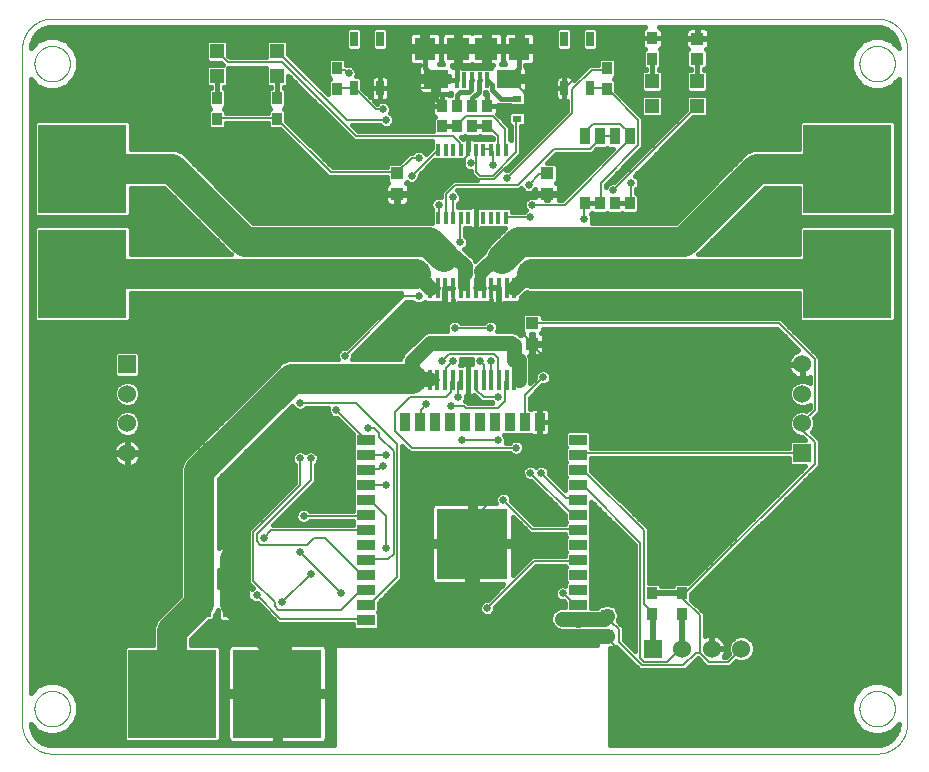
<source format=gtl>
G75*
%MOIN*%
%OFA0B0*%
%FSLAX25Y25*%
%IPPOS*%
%LPD*%
%AMOC8*
5,1,8,0,0,1.08239X$1,22.5*
%
%ADD10C,0.00000*%
%ADD11R,0.02500X0.05000*%
%ADD12R,0.04252X0.04134*%
%ADD13R,0.07874X0.08661*%
%ADD14R,0.03937X0.04331*%
%ADD15R,0.04331X0.03937*%
%ADD16R,0.03346X0.04134*%
%ADD17R,0.06000X0.06000*%
%ADD18C,0.06000*%
%ADD19R,0.03150X0.02362*%
%ADD20R,0.01500X0.04303*%
%ADD21R,0.01575X0.05315*%
%ADD22R,0.08268X0.06299*%
%ADD23R,0.07087X0.07480*%
%ADD24R,0.07480X0.07480*%
%ADD25R,0.04724X0.04724*%
%ADD26R,0.01772X0.07087*%
%ADD27R,0.29528X0.29528*%
%ADD28R,0.03346X0.05709*%
%ADD29R,0.05906X0.03543*%
%ADD30R,0.03543X0.05906*%
%ADD31R,0.23622X0.23622*%
%ADD32C,0.10000*%
%ADD33C,0.02000*%
%ADD34C,0.05000*%
%ADD35C,0.02578*%
%ADD36C,0.01600*%
%ADD37C,0.00600*%
%ADD38C,0.01200*%
%ADD39C,0.01000*%
D10*
X0076800Y0058933D02*
X0351800Y0058933D01*
X0352042Y0058936D01*
X0352283Y0058945D01*
X0352524Y0058959D01*
X0352765Y0058980D01*
X0353005Y0059006D01*
X0353245Y0059038D01*
X0353484Y0059076D01*
X0353721Y0059119D01*
X0353958Y0059169D01*
X0354193Y0059224D01*
X0354427Y0059284D01*
X0354659Y0059351D01*
X0354890Y0059422D01*
X0355119Y0059500D01*
X0355346Y0059583D01*
X0355571Y0059671D01*
X0355794Y0059765D01*
X0356014Y0059864D01*
X0356232Y0059969D01*
X0356447Y0060078D01*
X0356660Y0060193D01*
X0356870Y0060313D01*
X0357076Y0060438D01*
X0357280Y0060568D01*
X0357481Y0060703D01*
X0357678Y0060843D01*
X0357872Y0060987D01*
X0358062Y0061136D01*
X0358248Y0061290D01*
X0358431Y0061448D01*
X0358610Y0061610D01*
X0358785Y0061777D01*
X0358956Y0061948D01*
X0359123Y0062123D01*
X0359285Y0062302D01*
X0359443Y0062485D01*
X0359597Y0062671D01*
X0359746Y0062861D01*
X0359890Y0063055D01*
X0360030Y0063252D01*
X0360165Y0063453D01*
X0360295Y0063657D01*
X0360420Y0063863D01*
X0360540Y0064073D01*
X0360655Y0064286D01*
X0360764Y0064501D01*
X0360869Y0064719D01*
X0360968Y0064939D01*
X0361062Y0065162D01*
X0361150Y0065387D01*
X0361233Y0065614D01*
X0361311Y0065843D01*
X0361382Y0066074D01*
X0361449Y0066306D01*
X0361509Y0066540D01*
X0361564Y0066775D01*
X0361614Y0067012D01*
X0361657Y0067249D01*
X0361695Y0067488D01*
X0361727Y0067728D01*
X0361753Y0067968D01*
X0361774Y0068209D01*
X0361788Y0068450D01*
X0361797Y0068691D01*
X0361800Y0068933D01*
X0361800Y0293933D01*
X0361797Y0294175D01*
X0361788Y0294416D01*
X0361774Y0294657D01*
X0361753Y0294898D01*
X0361727Y0295138D01*
X0361695Y0295378D01*
X0361657Y0295617D01*
X0361614Y0295854D01*
X0361564Y0296091D01*
X0361509Y0296326D01*
X0361449Y0296560D01*
X0361382Y0296792D01*
X0361311Y0297023D01*
X0361233Y0297252D01*
X0361150Y0297479D01*
X0361062Y0297704D01*
X0360968Y0297927D01*
X0360869Y0298147D01*
X0360764Y0298365D01*
X0360655Y0298580D01*
X0360540Y0298793D01*
X0360420Y0299003D01*
X0360295Y0299209D01*
X0360165Y0299413D01*
X0360030Y0299614D01*
X0359890Y0299811D01*
X0359746Y0300005D01*
X0359597Y0300195D01*
X0359443Y0300381D01*
X0359285Y0300564D01*
X0359123Y0300743D01*
X0358956Y0300918D01*
X0358785Y0301089D01*
X0358610Y0301256D01*
X0358431Y0301418D01*
X0358248Y0301576D01*
X0358062Y0301730D01*
X0357872Y0301879D01*
X0357678Y0302023D01*
X0357481Y0302163D01*
X0357280Y0302298D01*
X0357076Y0302428D01*
X0356870Y0302553D01*
X0356660Y0302673D01*
X0356447Y0302788D01*
X0356232Y0302897D01*
X0356014Y0303002D01*
X0355794Y0303101D01*
X0355571Y0303195D01*
X0355346Y0303283D01*
X0355119Y0303366D01*
X0354890Y0303444D01*
X0354659Y0303515D01*
X0354427Y0303582D01*
X0354193Y0303642D01*
X0353958Y0303697D01*
X0353721Y0303747D01*
X0353484Y0303790D01*
X0353245Y0303828D01*
X0353005Y0303860D01*
X0352765Y0303886D01*
X0352524Y0303907D01*
X0352283Y0303921D01*
X0352042Y0303930D01*
X0351800Y0303933D01*
X0076800Y0303933D01*
X0076558Y0303930D01*
X0076317Y0303921D01*
X0076076Y0303907D01*
X0075835Y0303886D01*
X0075595Y0303860D01*
X0075355Y0303828D01*
X0075116Y0303790D01*
X0074879Y0303747D01*
X0074642Y0303697D01*
X0074407Y0303642D01*
X0074173Y0303582D01*
X0073941Y0303515D01*
X0073710Y0303444D01*
X0073481Y0303366D01*
X0073254Y0303283D01*
X0073029Y0303195D01*
X0072806Y0303101D01*
X0072586Y0303002D01*
X0072368Y0302897D01*
X0072153Y0302788D01*
X0071940Y0302673D01*
X0071730Y0302553D01*
X0071524Y0302428D01*
X0071320Y0302298D01*
X0071119Y0302163D01*
X0070922Y0302023D01*
X0070728Y0301879D01*
X0070538Y0301730D01*
X0070352Y0301576D01*
X0070169Y0301418D01*
X0069990Y0301256D01*
X0069815Y0301089D01*
X0069644Y0300918D01*
X0069477Y0300743D01*
X0069315Y0300564D01*
X0069157Y0300381D01*
X0069003Y0300195D01*
X0068854Y0300005D01*
X0068710Y0299811D01*
X0068570Y0299614D01*
X0068435Y0299413D01*
X0068305Y0299209D01*
X0068180Y0299003D01*
X0068060Y0298793D01*
X0067945Y0298580D01*
X0067836Y0298365D01*
X0067731Y0298147D01*
X0067632Y0297927D01*
X0067538Y0297704D01*
X0067450Y0297479D01*
X0067367Y0297252D01*
X0067289Y0297023D01*
X0067218Y0296792D01*
X0067151Y0296560D01*
X0067091Y0296326D01*
X0067036Y0296091D01*
X0066986Y0295854D01*
X0066943Y0295617D01*
X0066905Y0295378D01*
X0066873Y0295138D01*
X0066847Y0294898D01*
X0066826Y0294657D01*
X0066812Y0294416D01*
X0066803Y0294175D01*
X0066800Y0293933D01*
X0066800Y0068933D01*
X0066803Y0068691D01*
X0066812Y0068450D01*
X0066826Y0068209D01*
X0066847Y0067968D01*
X0066873Y0067728D01*
X0066905Y0067488D01*
X0066943Y0067249D01*
X0066986Y0067012D01*
X0067036Y0066775D01*
X0067091Y0066540D01*
X0067151Y0066306D01*
X0067218Y0066074D01*
X0067289Y0065843D01*
X0067367Y0065614D01*
X0067450Y0065387D01*
X0067538Y0065162D01*
X0067632Y0064939D01*
X0067731Y0064719D01*
X0067836Y0064501D01*
X0067945Y0064286D01*
X0068060Y0064073D01*
X0068180Y0063863D01*
X0068305Y0063657D01*
X0068435Y0063453D01*
X0068570Y0063252D01*
X0068710Y0063055D01*
X0068854Y0062861D01*
X0069003Y0062671D01*
X0069157Y0062485D01*
X0069315Y0062302D01*
X0069477Y0062123D01*
X0069644Y0061948D01*
X0069815Y0061777D01*
X0069990Y0061610D01*
X0070169Y0061448D01*
X0070352Y0061290D01*
X0070538Y0061136D01*
X0070728Y0060987D01*
X0070922Y0060843D01*
X0071119Y0060703D01*
X0071320Y0060568D01*
X0071524Y0060438D01*
X0071730Y0060313D01*
X0071940Y0060193D01*
X0072153Y0060078D01*
X0072368Y0059969D01*
X0072586Y0059864D01*
X0072806Y0059765D01*
X0073029Y0059671D01*
X0073254Y0059583D01*
X0073481Y0059500D01*
X0073710Y0059422D01*
X0073941Y0059351D01*
X0074173Y0059284D01*
X0074407Y0059224D01*
X0074642Y0059169D01*
X0074879Y0059119D01*
X0075116Y0059076D01*
X0075355Y0059038D01*
X0075595Y0059006D01*
X0075835Y0058980D01*
X0076076Y0058959D01*
X0076317Y0058945D01*
X0076558Y0058936D01*
X0076800Y0058933D01*
X0070894Y0073933D02*
X0070896Y0074086D01*
X0070902Y0074240D01*
X0070912Y0074393D01*
X0070926Y0074545D01*
X0070944Y0074698D01*
X0070966Y0074849D01*
X0070991Y0075000D01*
X0071021Y0075151D01*
X0071055Y0075301D01*
X0071092Y0075449D01*
X0071133Y0075597D01*
X0071178Y0075743D01*
X0071227Y0075889D01*
X0071280Y0076033D01*
X0071336Y0076175D01*
X0071396Y0076316D01*
X0071460Y0076456D01*
X0071527Y0076594D01*
X0071598Y0076730D01*
X0071673Y0076864D01*
X0071750Y0076996D01*
X0071832Y0077126D01*
X0071916Y0077254D01*
X0072004Y0077380D01*
X0072095Y0077503D01*
X0072189Y0077624D01*
X0072287Y0077742D01*
X0072387Y0077858D01*
X0072491Y0077971D01*
X0072597Y0078082D01*
X0072706Y0078190D01*
X0072818Y0078295D01*
X0072932Y0078396D01*
X0073050Y0078495D01*
X0073169Y0078591D01*
X0073291Y0078684D01*
X0073416Y0078773D01*
X0073543Y0078860D01*
X0073672Y0078942D01*
X0073803Y0079022D01*
X0073936Y0079098D01*
X0074071Y0079171D01*
X0074208Y0079240D01*
X0074347Y0079305D01*
X0074487Y0079367D01*
X0074629Y0079425D01*
X0074772Y0079480D01*
X0074917Y0079531D01*
X0075063Y0079578D01*
X0075210Y0079621D01*
X0075358Y0079660D01*
X0075507Y0079696D01*
X0075657Y0079727D01*
X0075808Y0079755D01*
X0075959Y0079779D01*
X0076112Y0079799D01*
X0076264Y0079815D01*
X0076417Y0079827D01*
X0076570Y0079835D01*
X0076723Y0079839D01*
X0076877Y0079839D01*
X0077030Y0079835D01*
X0077183Y0079827D01*
X0077336Y0079815D01*
X0077488Y0079799D01*
X0077641Y0079779D01*
X0077792Y0079755D01*
X0077943Y0079727D01*
X0078093Y0079696D01*
X0078242Y0079660D01*
X0078390Y0079621D01*
X0078537Y0079578D01*
X0078683Y0079531D01*
X0078828Y0079480D01*
X0078971Y0079425D01*
X0079113Y0079367D01*
X0079253Y0079305D01*
X0079392Y0079240D01*
X0079529Y0079171D01*
X0079664Y0079098D01*
X0079797Y0079022D01*
X0079928Y0078942D01*
X0080057Y0078860D01*
X0080184Y0078773D01*
X0080309Y0078684D01*
X0080431Y0078591D01*
X0080550Y0078495D01*
X0080668Y0078396D01*
X0080782Y0078295D01*
X0080894Y0078190D01*
X0081003Y0078082D01*
X0081109Y0077971D01*
X0081213Y0077858D01*
X0081313Y0077742D01*
X0081411Y0077624D01*
X0081505Y0077503D01*
X0081596Y0077380D01*
X0081684Y0077254D01*
X0081768Y0077126D01*
X0081850Y0076996D01*
X0081927Y0076864D01*
X0082002Y0076730D01*
X0082073Y0076594D01*
X0082140Y0076456D01*
X0082204Y0076316D01*
X0082264Y0076175D01*
X0082320Y0076033D01*
X0082373Y0075889D01*
X0082422Y0075743D01*
X0082467Y0075597D01*
X0082508Y0075449D01*
X0082545Y0075301D01*
X0082579Y0075151D01*
X0082609Y0075000D01*
X0082634Y0074849D01*
X0082656Y0074698D01*
X0082674Y0074545D01*
X0082688Y0074393D01*
X0082698Y0074240D01*
X0082704Y0074086D01*
X0082706Y0073933D01*
X0082704Y0073780D01*
X0082698Y0073626D01*
X0082688Y0073473D01*
X0082674Y0073321D01*
X0082656Y0073168D01*
X0082634Y0073017D01*
X0082609Y0072866D01*
X0082579Y0072715D01*
X0082545Y0072565D01*
X0082508Y0072417D01*
X0082467Y0072269D01*
X0082422Y0072123D01*
X0082373Y0071977D01*
X0082320Y0071833D01*
X0082264Y0071691D01*
X0082204Y0071550D01*
X0082140Y0071410D01*
X0082073Y0071272D01*
X0082002Y0071136D01*
X0081927Y0071002D01*
X0081850Y0070870D01*
X0081768Y0070740D01*
X0081684Y0070612D01*
X0081596Y0070486D01*
X0081505Y0070363D01*
X0081411Y0070242D01*
X0081313Y0070124D01*
X0081213Y0070008D01*
X0081109Y0069895D01*
X0081003Y0069784D01*
X0080894Y0069676D01*
X0080782Y0069571D01*
X0080668Y0069470D01*
X0080550Y0069371D01*
X0080431Y0069275D01*
X0080309Y0069182D01*
X0080184Y0069093D01*
X0080057Y0069006D01*
X0079928Y0068924D01*
X0079797Y0068844D01*
X0079664Y0068768D01*
X0079529Y0068695D01*
X0079392Y0068626D01*
X0079253Y0068561D01*
X0079113Y0068499D01*
X0078971Y0068441D01*
X0078828Y0068386D01*
X0078683Y0068335D01*
X0078537Y0068288D01*
X0078390Y0068245D01*
X0078242Y0068206D01*
X0078093Y0068170D01*
X0077943Y0068139D01*
X0077792Y0068111D01*
X0077641Y0068087D01*
X0077488Y0068067D01*
X0077336Y0068051D01*
X0077183Y0068039D01*
X0077030Y0068031D01*
X0076877Y0068027D01*
X0076723Y0068027D01*
X0076570Y0068031D01*
X0076417Y0068039D01*
X0076264Y0068051D01*
X0076112Y0068067D01*
X0075959Y0068087D01*
X0075808Y0068111D01*
X0075657Y0068139D01*
X0075507Y0068170D01*
X0075358Y0068206D01*
X0075210Y0068245D01*
X0075063Y0068288D01*
X0074917Y0068335D01*
X0074772Y0068386D01*
X0074629Y0068441D01*
X0074487Y0068499D01*
X0074347Y0068561D01*
X0074208Y0068626D01*
X0074071Y0068695D01*
X0073936Y0068768D01*
X0073803Y0068844D01*
X0073672Y0068924D01*
X0073543Y0069006D01*
X0073416Y0069093D01*
X0073291Y0069182D01*
X0073169Y0069275D01*
X0073050Y0069371D01*
X0072932Y0069470D01*
X0072818Y0069571D01*
X0072706Y0069676D01*
X0072597Y0069784D01*
X0072491Y0069895D01*
X0072387Y0070008D01*
X0072287Y0070124D01*
X0072189Y0070242D01*
X0072095Y0070363D01*
X0072004Y0070486D01*
X0071916Y0070612D01*
X0071832Y0070740D01*
X0071750Y0070870D01*
X0071673Y0071002D01*
X0071598Y0071136D01*
X0071527Y0071272D01*
X0071460Y0071410D01*
X0071396Y0071550D01*
X0071336Y0071691D01*
X0071280Y0071833D01*
X0071227Y0071977D01*
X0071178Y0072123D01*
X0071133Y0072269D01*
X0071092Y0072417D01*
X0071055Y0072565D01*
X0071021Y0072715D01*
X0070991Y0072866D01*
X0070966Y0073017D01*
X0070944Y0073168D01*
X0070926Y0073321D01*
X0070912Y0073473D01*
X0070902Y0073626D01*
X0070896Y0073780D01*
X0070894Y0073933D01*
X0070894Y0288933D02*
X0070896Y0289086D01*
X0070902Y0289240D01*
X0070912Y0289393D01*
X0070926Y0289545D01*
X0070944Y0289698D01*
X0070966Y0289849D01*
X0070991Y0290000D01*
X0071021Y0290151D01*
X0071055Y0290301D01*
X0071092Y0290449D01*
X0071133Y0290597D01*
X0071178Y0290743D01*
X0071227Y0290889D01*
X0071280Y0291033D01*
X0071336Y0291175D01*
X0071396Y0291316D01*
X0071460Y0291456D01*
X0071527Y0291594D01*
X0071598Y0291730D01*
X0071673Y0291864D01*
X0071750Y0291996D01*
X0071832Y0292126D01*
X0071916Y0292254D01*
X0072004Y0292380D01*
X0072095Y0292503D01*
X0072189Y0292624D01*
X0072287Y0292742D01*
X0072387Y0292858D01*
X0072491Y0292971D01*
X0072597Y0293082D01*
X0072706Y0293190D01*
X0072818Y0293295D01*
X0072932Y0293396D01*
X0073050Y0293495D01*
X0073169Y0293591D01*
X0073291Y0293684D01*
X0073416Y0293773D01*
X0073543Y0293860D01*
X0073672Y0293942D01*
X0073803Y0294022D01*
X0073936Y0294098D01*
X0074071Y0294171D01*
X0074208Y0294240D01*
X0074347Y0294305D01*
X0074487Y0294367D01*
X0074629Y0294425D01*
X0074772Y0294480D01*
X0074917Y0294531D01*
X0075063Y0294578D01*
X0075210Y0294621D01*
X0075358Y0294660D01*
X0075507Y0294696D01*
X0075657Y0294727D01*
X0075808Y0294755D01*
X0075959Y0294779D01*
X0076112Y0294799D01*
X0076264Y0294815D01*
X0076417Y0294827D01*
X0076570Y0294835D01*
X0076723Y0294839D01*
X0076877Y0294839D01*
X0077030Y0294835D01*
X0077183Y0294827D01*
X0077336Y0294815D01*
X0077488Y0294799D01*
X0077641Y0294779D01*
X0077792Y0294755D01*
X0077943Y0294727D01*
X0078093Y0294696D01*
X0078242Y0294660D01*
X0078390Y0294621D01*
X0078537Y0294578D01*
X0078683Y0294531D01*
X0078828Y0294480D01*
X0078971Y0294425D01*
X0079113Y0294367D01*
X0079253Y0294305D01*
X0079392Y0294240D01*
X0079529Y0294171D01*
X0079664Y0294098D01*
X0079797Y0294022D01*
X0079928Y0293942D01*
X0080057Y0293860D01*
X0080184Y0293773D01*
X0080309Y0293684D01*
X0080431Y0293591D01*
X0080550Y0293495D01*
X0080668Y0293396D01*
X0080782Y0293295D01*
X0080894Y0293190D01*
X0081003Y0293082D01*
X0081109Y0292971D01*
X0081213Y0292858D01*
X0081313Y0292742D01*
X0081411Y0292624D01*
X0081505Y0292503D01*
X0081596Y0292380D01*
X0081684Y0292254D01*
X0081768Y0292126D01*
X0081850Y0291996D01*
X0081927Y0291864D01*
X0082002Y0291730D01*
X0082073Y0291594D01*
X0082140Y0291456D01*
X0082204Y0291316D01*
X0082264Y0291175D01*
X0082320Y0291033D01*
X0082373Y0290889D01*
X0082422Y0290743D01*
X0082467Y0290597D01*
X0082508Y0290449D01*
X0082545Y0290301D01*
X0082579Y0290151D01*
X0082609Y0290000D01*
X0082634Y0289849D01*
X0082656Y0289698D01*
X0082674Y0289545D01*
X0082688Y0289393D01*
X0082698Y0289240D01*
X0082704Y0289086D01*
X0082706Y0288933D01*
X0082704Y0288780D01*
X0082698Y0288626D01*
X0082688Y0288473D01*
X0082674Y0288321D01*
X0082656Y0288168D01*
X0082634Y0288017D01*
X0082609Y0287866D01*
X0082579Y0287715D01*
X0082545Y0287565D01*
X0082508Y0287417D01*
X0082467Y0287269D01*
X0082422Y0287123D01*
X0082373Y0286977D01*
X0082320Y0286833D01*
X0082264Y0286691D01*
X0082204Y0286550D01*
X0082140Y0286410D01*
X0082073Y0286272D01*
X0082002Y0286136D01*
X0081927Y0286002D01*
X0081850Y0285870D01*
X0081768Y0285740D01*
X0081684Y0285612D01*
X0081596Y0285486D01*
X0081505Y0285363D01*
X0081411Y0285242D01*
X0081313Y0285124D01*
X0081213Y0285008D01*
X0081109Y0284895D01*
X0081003Y0284784D01*
X0080894Y0284676D01*
X0080782Y0284571D01*
X0080668Y0284470D01*
X0080550Y0284371D01*
X0080431Y0284275D01*
X0080309Y0284182D01*
X0080184Y0284093D01*
X0080057Y0284006D01*
X0079928Y0283924D01*
X0079797Y0283844D01*
X0079664Y0283768D01*
X0079529Y0283695D01*
X0079392Y0283626D01*
X0079253Y0283561D01*
X0079113Y0283499D01*
X0078971Y0283441D01*
X0078828Y0283386D01*
X0078683Y0283335D01*
X0078537Y0283288D01*
X0078390Y0283245D01*
X0078242Y0283206D01*
X0078093Y0283170D01*
X0077943Y0283139D01*
X0077792Y0283111D01*
X0077641Y0283087D01*
X0077488Y0283067D01*
X0077336Y0283051D01*
X0077183Y0283039D01*
X0077030Y0283031D01*
X0076877Y0283027D01*
X0076723Y0283027D01*
X0076570Y0283031D01*
X0076417Y0283039D01*
X0076264Y0283051D01*
X0076112Y0283067D01*
X0075959Y0283087D01*
X0075808Y0283111D01*
X0075657Y0283139D01*
X0075507Y0283170D01*
X0075358Y0283206D01*
X0075210Y0283245D01*
X0075063Y0283288D01*
X0074917Y0283335D01*
X0074772Y0283386D01*
X0074629Y0283441D01*
X0074487Y0283499D01*
X0074347Y0283561D01*
X0074208Y0283626D01*
X0074071Y0283695D01*
X0073936Y0283768D01*
X0073803Y0283844D01*
X0073672Y0283924D01*
X0073543Y0284006D01*
X0073416Y0284093D01*
X0073291Y0284182D01*
X0073169Y0284275D01*
X0073050Y0284371D01*
X0072932Y0284470D01*
X0072818Y0284571D01*
X0072706Y0284676D01*
X0072597Y0284784D01*
X0072491Y0284895D01*
X0072387Y0285008D01*
X0072287Y0285124D01*
X0072189Y0285242D01*
X0072095Y0285363D01*
X0072004Y0285486D01*
X0071916Y0285612D01*
X0071832Y0285740D01*
X0071750Y0285870D01*
X0071673Y0286002D01*
X0071598Y0286136D01*
X0071527Y0286272D01*
X0071460Y0286410D01*
X0071396Y0286550D01*
X0071336Y0286691D01*
X0071280Y0286833D01*
X0071227Y0286977D01*
X0071178Y0287123D01*
X0071133Y0287269D01*
X0071092Y0287417D01*
X0071055Y0287565D01*
X0071021Y0287715D01*
X0070991Y0287866D01*
X0070966Y0288017D01*
X0070944Y0288168D01*
X0070926Y0288321D01*
X0070912Y0288473D01*
X0070902Y0288626D01*
X0070896Y0288780D01*
X0070894Y0288933D01*
X0345894Y0288933D02*
X0345896Y0289086D01*
X0345902Y0289240D01*
X0345912Y0289393D01*
X0345926Y0289545D01*
X0345944Y0289698D01*
X0345966Y0289849D01*
X0345991Y0290000D01*
X0346021Y0290151D01*
X0346055Y0290301D01*
X0346092Y0290449D01*
X0346133Y0290597D01*
X0346178Y0290743D01*
X0346227Y0290889D01*
X0346280Y0291033D01*
X0346336Y0291175D01*
X0346396Y0291316D01*
X0346460Y0291456D01*
X0346527Y0291594D01*
X0346598Y0291730D01*
X0346673Y0291864D01*
X0346750Y0291996D01*
X0346832Y0292126D01*
X0346916Y0292254D01*
X0347004Y0292380D01*
X0347095Y0292503D01*
X0347189Y0292624D01*
X0347287Y0292742D01*
X0347387Y0292858D01*
X0347491Y0292971D01*
X0347597Y0293082D01*
X0347706Y0293190D01*
X0347818Y0293295D01*
X0347932Y0293396D01*
X0348050Y0293495D01*
X0348169Y0293591D01*
X0348291Y0293684D01*
X0348416Y0293773D01*
X0348543Y0293860D01*
X0348672Y0293942D01*
X0348803Y0294022D01*
X0348936Y0294098D01*
X0349071Y0294171D01*
X0349208Y0294240D01*
X0349347Y0294305D01*
X0349487Y0294367D01*
X0349629Y0294425D01*
X0349772Y0294480D01*
X0349917Y0294531D01*
X0350063Y0294578D01*
X0350210Y0294621D01*
X0350358Y0294660D01*
X0350507Y0294696D01*
X0350657Y0294727D01*
X0350808Y0294755D01*
X0350959Y0294779D01*
X0351112Y0294799D01*
X0351264Y0294815D01*
X0351417Y0294827D01*
X0351570Y0294835D01*
X0351723Y0294839D01*
X0351877Y0294839D01*
X0352030Y0294835D01*
X0352183Y0294827D01*
X0352336Y0294815D01*
X0352488Y0294799D01*
X0352641Y0294779D01*
X0352792Y0294755D01*
X0352943Y0294727D01*
X0353093Y0294696D01*
X0353242Y0294660D01*
X0353390Y0294621D01*
X0353537Y0294578D01*
X0353683Y0294531D01*
X0353828Y0294480D01*
X0353971Y0294425D01*
X0354113Y0294367D01*
X0354253Y0294305D01*
X0354392Y0294240D01*
X0354529Y0294171D01*
X0354664Y0294098D01*
X0354797Y0294022D01*
X0354928Y0293942D01*
X0355057Y0293860D01*
X0355184Y0293773D01*
X0355309Y0293684D01*
X0355431Y0293591D01*
X0355550Y0293495D01*
X0355668Y0293396D01*
X0355782Y0293295D01*
X0355894Y0293190D01*
X0356003Y0293082D01*
X0356109Y0292971D01*
X0356213Y0292858D01*
X0356313Y0292742D01*
X0356411Y0292624D01*
X0356505Y0292503D01*
X0356596Y0292380D01*
X0356684Y0292254D01*
X0356768Y0292126D01*
X0356850Y0291996D01*
X0356927Y0291864D01*
X0357002Y0291730D01*
X0357073Y0291594D01*
X0357140Y0291456D01*
X0357204Y0291316D01*
X0357264Y0291175D01*
X0357320Y0291033D01*
X0357373Y0290889D01*
X0357422Y0290743D01*
X0357467Y0290597D01*
X0357508Y0290449D01*
X0357545Y0290301D01*
X0357579Y0290151D01*
X0357609Y0290000D01*
X0357634Y0289849D01*
X0357656Y0289698D01*
X0357674Y0289545D01*
X0357688Y0289393D01*
X0357698Y0289240D01*
X0357704Y0289086D01*
X0357706Y0288933D01*
X0357704Y0288780D01*
X0357698Y0288626D01*
X0357688Y0288473D01*
X0357674Y0288321D01*
X0357656Y0288168D01*
X0357634Y0288017D01*
X0357609Y0287866D01*
X0357579Y0287715D01*
X0357545Y0287565D01*
X0357508Y0287417D01*
X0357467Y0287269D01*
X0357422Y0287123D01*
X0357373Y0286977D01*
X0357320Y0286833D01*
X0357264Y0286691D01*
X0357204Y0286550D01*
X0357140Y0286410D01*
X0357073Y0286272D01*
X0357002Y0286136D01*
X0356927Y0286002D01*
X0356850Y0285870D01*
X0356768Y0285740D01*
X0356684Y0285612D01*
X0356596Y0285486D01*
X0356505Y0285363D01*
X0356411Y0285242D01*
X0356313Y0285124D01*
X0356213Y0285008D01*
X0356109Y0284895D01*
X0356003Y0284784D01*
X0355894Y0284676D01*
X0355782Y0284571D01*
X0355668Y0284470D01*
X0355550Y0284371D01*
X0355431Y0284275D01*
X0355309Y0284182D01*
X0355184Y0284093D01*
X0355057Y0284006D01*
X0354928Y0283924D01*
X0354797Y0283844D01*
X0354664Y0283768D01*
X0354529Y0283695D01*
X0354392Y0283626D01*
X0354253Y0283561D01*
X0354113Y0283499D01*
X0353971Y0283441D01*
X0353828Y0283386D01*
X0353683Y0283335D01*
X0353537Y0283288D01*
X0353390Y0283245D01*
X0353242Y0283206D01*
X0353093Y0283170D01*
X0352943Y0283139D01*
X0352792Y0283111D01*
X0352641Y0283087D01*
X0352488Y0283067D01*
X0352336Y0283051D01*
X0352183Y0283039D01*
X0352030Y0283031D01*
X0351877Y0283027D01*
X0351723Y0283027D01*
X0351570Y0283031D01*
X0351417Y0283039D01*
X0351264Y0283051D01*
X0351112Y0283067D01*
X0350959Y0283087D01*
X0350808Y0283111D01*
X0350657Y0283139D01*
X0350507Y0283170D01*
X0350358Y0283206D01*
X0350210Y0283245D01*
X0350063Y0283288D01*
X0349917Y0283335D01*
X0349772Y0283386D01*
X0349629Y0283441D01*
X0349487Y0283499D01*
X0349347Y0283561D01*
X0349208Y0283626D01*
X0349071Y0283695D01*
X0348936Y0283768D01*
X0348803Y0283844D01*
X0348672Y0283924D01*
X0348543Y0284006D01*
X0348416Y0284093D01*
X0348291Y0284182D01*
X0348169Y0284275D01*
X0348050Y0284371D01*
X0347932Y0284470D01*
X0347818Y0284571D01*
X0347706Y0284676D01*
X0347597Y0284784D01*
X0347491Y0284895D01*
X0347387Y0285008D01*
X0347287Y0285124D01*
X0347189Y0285242D01*
X0347095Y0285363D01*
X0347004Y0285486D01*
X0346916Y0285612D01*
X0346832Y0285740D01*
X0346750Y0285870D01*
X0346673Y0286002D01*
X0346598Y0286136D01*
X0346527Y0286272D01*
X0346460Y0286410D01*
X0346396Y0286550D01*
X0346336Y0286691D01*
X0346280Y0286833D01*
X0346227Y0286977D01*
X0346178Y0287123D01*
X0346133Y0287269D01*
X0346092Y0287417D01*
X0346055Y0287565D01*
X0346021Y0287715D01*
X0345991Y0287866D01*
X0345966Y0288017D01*
X0345944Y0288168D01*
X0345926Y0288321D01*
X0345912Y0288473D01*
X0345902Y0288626D01*
X0345896Y0288780D01*
X0345894Y0288933D01*
X0345894Y0073933D02*
X0345896Y0074086D01*
X0345902Y0074240D01*
X0345912Y0074393D01*
X0345926Y0074545D01*
X0345944Y0074698D01*
X0345966Y0074849D01*
X0345991Y0075000D01*
X0346021Y0075151D01*
X0346055Y0075301D01*
X0346092Y0075449D01*
X0346133Y0075597D01*
X0346178Y0075743D01*
X0346227Y0075889D01*
X0346280Y0076033D01*
X0346336Y0076175D01*
X0346396Y0076316D01*
X0346460Y0076456D01*
X0346527Y0076594D01*
X0346598Y0076730D01*
X0346673Y0076864D01*
X0346750Y0076996D01*
X0346832Y0077126D01*
X0346916Y0077254D01*
X0347004Y0077380D01*
X0347095Y0077503D01*
X0347189Y0077624D01*
X0347287Y0077742D01*
X0347387Y0077858D01*
X0347491Y0077971D01*
X0347597Y0078082D01*
X0347706Y0078190D01*
X0347818Y0078295D01*
X0347932Y0078396D01*
X0348050Y0078495D01*
X0348169Y0078591D01*
X0348291Y0078684D01*
X0348416Y0078773D01*
X0348543Y0078860D01*
X0348672Y0078942D01*
X0348803Y0079022D01*
X0348936Y0079098D01*
X0349071Y0079171D01*
X0349208Y0079240D01*
X0349347Y0079305D01*
X0349487Y0079367D01*
X0349629Y0079425D01*
X0349772Y0079480D01*
X0349917Y0079531D01*
X0350063Y0079578D01*
X0350210Y0079621D01*
X0350358Y0079660D01*
X0350507Y0079696D01*
X0350657Y0079727D01*
X0350808Y0079755D01*
X0350959Y0079779D01*
X0351112Y0079799D01*
X0351264Y0079815D01*
X0351417Y0079827D01*
X0351570Y0079835D01*
X0351723Y0079839D01*
X0351877Y0079839D01*
X0352030Y0079835D01*
X0352183Y0079827D01*
X0352336Y0079815D01*
X0352488Y0079799D01*
X0352641Y0079779D01*
X0352792Y0079755D01*
X0352943Y0079727D01*
X0353093Y0079696D01*
X0353242Y0079660D01*
X0353390Y0079621D01*
X0353537Y0079578D01*
X0353683Y0079531D01*
X0353828Y0079480D01*
X0353971Y0079425D01*
X0354113Y0079367D01*
X0354253Y0079305D01*
X0354392Y0079240D01*
X0354529Y0079171D01*
X0354664Y0079098D01*
X0354797Y0079022D01*
X0354928Y0078942D01*
X0355057Y0078860D01*
X0355184Y0078773D01*
X0355309Y0078684D01*
X0355431Y0078591D01*
X0355550Y0078495D01*
X0355668Y0078396D01*
X0355782Y0078295D01*
X0355894Y0078190D01*
X0356003Y0078082D01*
X0356109Y0077971D01*
X0356213Y0077858D01*
X0356313Y0077742D01*
X0356411Y0077624D01*
X0356505Y0077503D01*
X0356596Y0077380D01*
X0356684Y0077254D01*
X0356768Y0077126D01*
X0356850Y0076996D01*
X0356927Y0076864D01*
X0357002Y0076730D01*
X0357073Y0076594D01*
X0357140Y0076456D01*
X0357204Y0076316D01*
X0357264Y0076175D01*
X0357320Y0076033D01*
X0357373Y0075889D01*
X0357422Y0075743D01*
X0357467Y0075597D01*
X0357508Y0075449D01*
X0357545Y0075301D01*
X0357579Y0075151D01*
X0357609Y0075000D01*
X0357634Y0074849D01*
X0357656Y0074698D01*
X0357674Y0074545D01*
X0357688Y0074393D01*
X0357698Y0074240D01*
X0357704Y0074086D01*
X0357706Y0073933D01*
X0357704Y0073780D01*
X0357698Y0073626D01*
X0357688Y0073473D01*
X0357674Y0073321D01*
X0357656Y0073168D01*
X0357634Y0073017D01*
X0357609Y0072866D01*
X0357579Y0072715D01*
X0357545Y0072565D01*
X0357508Y0072417D01*
X0357467Y0072269D01*
X0357422Y0072123D01*
X0357373Y0071977D01*
X0357320Y0071833D01*
X0357264Y0071691D01*
X0357204Y0071550D01*
X0357140Y0071410D01*
X0357073Y0071272D01*
X0357002Y0071136D01*
X0356927Y0071002D01*
X0356850Y0070870D01*
X0356768Y0070740D01*
X0356684Y0070612D01*
X0356596Y0070486D01*
X0356505Y0070363D01*
X0356411Y0070242D01*
X0356313Y0070124D01*
X0356213Y0070008D01*
X0356109Y0069895D01*
X0356003Y0069784D01*
X0355894Y0069676D01*
X0355782Y0069571D01*
X0355668Y0069470D01*
X0355550Y0069371D01*
X0355431Y0069275D01*
X0355309Y0069182D01*
X0355184Y0069093D01*
X0355057Y0069006D01*
X0354928Y0068924D01*
X0354797Y0068844D01*
X0354664Y0068768D01*
X0354529Y0068695D01*
X0354392Y0068626D01*
X0354253Y0068561D01*
X0354113Y0068499D01*
X0353971Y0068441D01*
X0353828Y0068386D01*
X0353683Y0068335D01*
X0353537Y0068288D01*
X0353390Y0068245D01*
X0353242Y0068206D01*
X0353093Y0068170D01*
X0352943Y0068139D01*
X0352792Y0068111D01*
X0352641Y0068087D01*
X0352488Y0068067D01*
X0352336Y0068051D01*
X0352183Y0068039D01*
X0352030Y0068031D01*
X0351877Y0068027D01*
X0351723Y0068027D01*
X0351570Y0068031D01*
X0351417Y0068039D01*
X0351264Y0068051D01*
X0351112Y0068067D01*
X0350959Y0068087D01*
X0350808Y0068111D01*
X0350657Y0068139D01*
X0350507Y0068170D01*
X0350358Y0068206D01*
X0350210Y0068245D01*
X0350063Y0068288D01*
X0349917Y0068335D01*
X0349772Y0068386D01*
X0349629Y0068441D01*
X0349487Y0068499D01*
X0349347Y0068561D01*
X0349208Y0068626D01*
X0349071Y0068695D01*
X0348936Y0068768D01*
X0348803Y0068844D01*
X0348672Y0068924D01*
X0348543Y0069006D01*
X0348416Y0069093D01*
X0348291Y0069182D01*
X0348169Y0069275D01*
X0348050Y0069371D01*
X0347932Y0069470D01*
X0347818Y0069571D01*
X0347706Y0069676D01*
X0347597Y0069784D01*
X0347491Y0069895D01*
X0347387Y0070008D01*
X0347287Y0070124D01*
X0347189Y0070242D01*
X0347095Y0070363D01*
X0347004Y0070486D01*
X0346916Y0070612D01*
X0346832Y0070740D01*
X0346750Y0070870D01*
X0346673Y0071002D01*
X0346598Y0071136D01*
X0346527Y0071272D01*
X0346460Y0071410D01*
X0346396Y0071550D01*
X0346336Y0071691D01*
X0346280Y0071833D01*
X0346227Y0071977D01*
X0346178Y0072123D01*
X0346133Y0072269D01*
X0346092Y0072417D01*
X0346055Y0072565D01*
X0346021Y0072715D01*
X0345991Y0072866D01*
X0345966Y0073017D01*
X0345944Y0073168D01*
X0345926Y0073321D01*
X0345912Y0073473D01*
X0345902Y0073626D01*
X0345896Y0073780D01*
X0345894Y0073933D01*
D11*
X0256032Y0280764D03*
X0247568Y0280764D03*
X0247568Y0297102D03*
X0256032Y0297102D03*
X0186032Y0297102D03*
X0177568Y0297102D03*
X0177568Y0280764D03*
X0186032Y0280764D03*
D12*
X0191800Y0252378D03*
X0191800Y0245488D03*
X0241800Y0245488D03*
X0241800Y0252378D03*
X0236800Y0202378D03*
X0236800Y0195488D03*
D13*
X0137706Y0108933D03*
X0125894Y0108933D03*
D14*
X0261800Y0104780D03*
X0261800Y0098087D03*
D15*
X0135146Y0123933D03*
X0128454Y0123933D03*
X0291800Y0290587D03*
X0291800Y0297280D03*
D16*
X0276800Y0297378D03*
X0276800Y0290488D03*
X0261800Y0287378D03*
X0261800Y0280488D03*
X0221800Y0274878D03*
X0216800Y0274878D03*
X0211800Y0274878D03*
X0206800Y0274878D03*
X0206800Y0267988D03*
X0211800Y0267988D03*
X0216800Y0267988D03*
X0221800Y0267988D03*
X0254300Y0242319D03*
X0259300Y0242319D03*
X0264300Y0242319D03*
X0269300Y0242319D03*
X0171800Y0280488D03*
X0171800Y0287378D03*
X0151800Y0277378D03*
X0151800Y0270488D03*
X0131800Y0270488D03*
X0131800Y0277378D03*
X0276800Y0112378D03*
X0276800Y0105488D03*
X0286800Y0105488D03*
X0286800Y0112378D03*
D17*
X0277036Y0093933D03*
X0326800Y0159169D03*
X0101800Y0188697D03*
D18*
X0101800Y0178854D03*
X0101800Y0169012D03*
X0101800Y0159169D03*
X0286879Y0093933D03*
X0296721Y0093933D03*
X0306564Y0093933D03*
X0326800Y0169012D03*
X0326800Y0178854D03*
X0326800Y0188697D03*
D19*
X0231800Y0270587D03*
X0231800Y0277280D03*
D20*
X0228050Y0260270D03*
X0225550Y0260270D03*
X0223050Y0260270D03*
X0220550Y0260270D03*
X0218050Y0260270D03*
X0215550Y0260270D03*
X0213050Y0260270D03*
X0210550Y0260270D03*
X0208050Y0260270D03*
X0205550Y0260270D03*
X0205550Y0237596D03*
X0208050Y0237596D03*
X0210550Y0237596D03*
X0213050Y0237596D03*
X0215550Y0237596D03*
X0218050Y0237596D03*
X0220550Y0237596D03*
X0223050Y0237596D03*
X0225550Y0237596D03*
X0228050Y0237596D03*
D21*
X0221918Y0283402D03*
X0219359Y0283402D03*
X0216800Y0283402D03*
X0214241Y0283402D03*
X0211682Y0283402D03*
D22*
X0204595Y0283894D03*
X0229005Y0283894D03*
D23*
X0232548Y0293933D03*
X0201052Y0293933D03*
D24*
X0212076Y0293933D03*
X0221524Y0293933D03*
D25*
X0276800Y0283067D03*
X0276800Y0274799D03*
X0291800Y0274799D03*
X0291800Y0283067D03*
X0151800Y0284799D03*
X0151800Y0293067D03*
X0131800Y0293067D03*
X0131800Y0284799D03*
D26*
X0202755Y0214228D03*
X0205314Y0214228D03*
X0207873Y0214228D03*
X0210432Y0214228D03*
X0212991Y0214228D03*
X0215550Y0214228D03*
X0218109Y0214228D03*
X0220668Y0214228D03*
X0223227Y0214228D03*
X0225786Y0214228D03*
X0228345Y0214228D03*
X0230904Y0214228D03*
X0230845Y0183520D03*
X0228286Y0183520D03*
X0225727Y0183520D03*
X0223168Y0183520D03*
X0220609Y0183520D03*
X0218050Y0183520D03*
X0215491Y0183520D03*
X0212932Y0183520D03*
X0210373Y0183520D03*
X0207814Y0183520D03*
X0205255Y0183520D03*
X0202696Y0183520D03*
D27*
X0086800Y0218933D03*
X0086800Y0253933D03*
X0116800Y0078933D03*
X0151800Y0078933D03*
X0341800Y0218933D03*
X0341800Y0253933D03*
D28*
X0269300Y0264760D03*
X0264300Y0264760D03*
X0259300Y0264760D03*
X0254300Y0264760D03*
D29*
X0252233Y0163618D03*
X0252233Y0158618D03*
X0252233Y0153618D03*
X0252233Y0148618D03*
X0252233Y0143618D03*
X0252233Y0138618D03*
X0252233Y0133618D03*
X0252233Y0128618D03*
X0252233Y0123618D03*
X0252233Y0118618D03*
X0252233Y0113618D03*
X0252233Y0108618D03*
X0252233Y0103618D03*
X0252233Y0098618D03*
X0181367Y0098618D03*
X0181367Y0103618D03*
X0181367Y0108618D03*
X0181367Y0113618D03*
X0181367Y0118618D03*
X0181367Y0123618D03*
X0181367Y0128618D03*
X0181367Y0133618D03*
X0181367Y0138618D03*
X0181367Y0143618D03*
X0181367Y0148618D03*
X0181367Y0153618D03*
X0181367Y0158618D03*
X0181367Y0163618D03*
D30*
X0194300Y0169484D03*
X0199300Y0169484D03*
X0204300Y0169484D03*
X0209300Y0169484D03*
X0214300Y0169484D03*
X0219300Y0169484D03*
X0224300Y0169484D03*
X0229300Y0169484D03*
X0234300Y0169484D03*
X0239300Y0169484D03*
D31*
X0216800Y0128933D03*
D32*
X0151800Y0094839D02*
X0151800Y0078933D01*
X0151800Y0094839D02*
X0147253Y0099386D01*
X0137706Y0108933D01*
X0137706Y0123933D01*
X0125894Y0124333D02*
X0125894Y0153028D01*
X0156800Y0183933D01*
X0196800Y0183933D01*
X0198050Y0218933D02*
X0086800Y0218933D01*
X0086800Y0253933D02*
X0116800Y0253933D01*
X0141200Y0229533D01*
X0202441Y0229533D01*
X0207420Y0224553D01*
X0226800Y0223933D02*
X0226809Y0223933D01*
X0232409Y0229533D01*
X0287400Y0229533D01*
X0311800Y0253933D01*
X0341800Y0253933D01*
X0341800Y0218933D02*
X0236800Y0218933D01*
X0125894Y0124333D02*
X0125894Y0108933D01*
X0116800Y0099839D01*
X0116800Y0078933D01*
D33*
X0135146Y0123933D02*
X0137706Y0123933D01*
X0202282Y0183933D02*
X0202696Y0183520D01*
X0205255Y0183520D01*
X0211800Y0203933D02*
X0221800Y0203933D01*
X0225200Y0207333D01*
X0225786Y0207919D01*
X0225786Y0213110D01*
X0225786Y0214228D01*
X0223227Y0214228D01*
X0225745Y0213151D02*
X0225786Y0213110D01*
X0219300Y0214728D02*
X0219300Y0216993D01*
X0220270Y0217963D01*
X0219900Y0219214D02*
X0218609Y0217923D01*
X0218609Y0214728D01*
X0218609Y0214228D01*
X0218109Y0214228D01*
X0214550Y0215228D02*
X0214550Y0217424D01*
X0214300Y0217674D01*
X0214300Y0214228D01*
X0212991Y0214228D01*
X0212991Y0220124D01*
X0214300Y0221433D01*
X0219900Y0219714D02*
X0219900Y0219214D01*
X0207873Y0214228D02*
X0207873Y0207860D01*
X0211800Y0203933D01*
X0276800Y0112378D02*
X0286800Y0112378D01*
X0286800Y0105488D02*
X0286879Y0105409D01*
X0286879Y0093933D01*
X0277036Y0093933D02*
X0277036Y0105252D01*
X0276800Y0105488D01*
D34*
X0261800Y0104780D02*
X0260707Y0103687D01*
X0252302Y0103687D01*
X0247046Y0103687D01*
X0246800Y0103933D01*
X0252233Y0103618D02*
X0252302Y0103687D01*
X0252400Y0098018D02*
X0216800Y0098018D01*
X0216800Y0128933D01*
X0216800Y0098018D02*
X0211055Y0098018D01*
X0210455Y0098618D01*
X0181367Y0098618D01*
X0148020Y0098618D01*
X0147253Y0099386D01*
X0196800Y0183933D02*
X0196800Y0189933D01*
X0202800Y0195933D01*
X0229782Y0195933D01*
X0230572Y0195143D02*
X0230800Y0195143D01*
X0230800Y0190163D01*
X0232272Y0190163D01*
X0232272Y0183520D01*
X0202282Y0183933D02*
X0196800Y0183933D01*
X0202755Y0214228D02*
X0198050Y0218933D01*
X0207420Y0224553D02*
X0211180Y0224553D01*
X0214300Y0221433D01*
X0214300Y0219232D01*
X0214270Y0219203D01*
X0219900Y0219714D02*
X0224119Y0223933D01*
X0226809Y0223933D01*
X0235609Y0218933D02*
X0230904Y0214228D01*
X0235609Y0218933D02*
X0236800Y0218933D01*
X0252400Y0098018D02*
X0254553Y0098018D01*
X0254621Y0098087D01*
X0261800Y0098087D01*
D35*
X0246800Y0103933D03*
X0247000Y0112333D03*
X0261800Y0118933D03*
X0281800Y0138933D03*
X0239800Y0152533D03*
X0236200Y0152533D03*
X0227200Y0143533D03*
X0231400Y0160933D03*
X0225400Y0163333D03*
X0213400Y0163333D03*
X0209800Y0174733D03*
X0212200Y0177733D03*
X0215800Y0176533D03*
X0225400Y0177733D03*
X0223000Y0189733D03*
X0219400Y0189733D03*
X0210400Y0189733D03*
X0206800Y0189733D03*
X0196800Y0183933D03*
X0201400Y0175333D03*
X0182200Y0167533D03*
X0171400Y0173533D03*
X0159400Y0175933D03*
X0159400Y0157333D03*
X0163000Y0157333D03*
X0187000Y0154933D03*
X0188200Y0158533D03*
X0188200Y0148333D03*
X0188200Y0127333D03*
X0173200Y0112333D03*
X0163000Y0118933D03*
X0153400Y0109333D03*
X0145000Y0111733D03*
X0159400Y0126133D03*
X0160600Y0138133D03*
X0147400Y0130933D03*
X0216800Y0128933D03*
X0221800Y0107533D03*
X0240400Y0184333D03*
X0222800Y0200933D03*
X0211000Y0200933D03*
X0199000Y0211333D03*
X0212800Y0229333D03*
X0205600Y0241933D03*
X0210400Y0244333D03*
X0212800Y0250933D03*
X0216400Y0255733D03*
X0223600Y0255133D03*
X0228400Y0250933D03*
X0235600Y0248533D03*
X0236800Y0241933D03*
X0236200Y0237733D03*
X0247600Y0245533D03*
X0254200Y0237133D03*
X0263800Y0246733D03*
X0269800Y0249133D03*
X0217600Y0246133D03*
X0196600Y0251533D03*
X0199000Y0257533D03*
X0188200Y0270133D03*
X0187000Y0273733D03*
X0175600Y0285733D03*
X0166800Y0263933D03*
X0181800Y0258933D03*
X0141800Y0278933D03*
X0174400Y0191533D03*
D36*
X0070385Y0065664D02*
X0071709Y0063842D01*
X0073531Y0062518D01*
X0075674Y0061822D01*
X0076800Y0061733D01*
X0170750Y0061733D01*
X0170750Y0094368D01*
X0171365Y0094983D01*
X0258295Y0094983D01*
X0258154Y0095226D01*
X0258031Y0095684D01*
X0258031Y0097902D01*
X0261616Y0097902D01*
X0261616Y0098271D01*
X0258031Y0098271D01*
X0258031Y0099787D01*
X0256986Y0099787D01*
X0256986Y0098704D01*
X0252319Y0098704D01*
X0252319Y0098532D01*
X0252319Y0095046D01*
X0255423Y0095046D01*
X0255881Y0095169D01*
X0256291Y0095406D01*
X0256626Y0095741D01*
X0256863Y0096152D01*
X0256986Y0096609D01*
X0256986Y0098532D01*
X0252319Y0098532D01*
X0252147Y0098532D01*
X0252147Y0095046D01*
X0249043Y0095046D01*
X0248586Y0095169D01*
X0248175Y0095406D01*
X0247840Y0095741D01*
X0247603Y0096152D01*
X0247480Y0096609D01*
X0247480Y0098532D01*
X0252147Y0098532D01*
X0252147Y0098704D01*
X0247480Y0098704D01*
X0247480Y0099787D01*
X0246271Y0099787D01*
X0244837Y0100380D01*
X0243740Y0101477D01*
X0243494Y0101724D01*
X0242900Y0103157D01*
X0242900Y0104709D01*
X0243494Y0106142D01*
X0244591Y0107239D01*
X0246024Y0107833D01*
X0247576Y0107833D01*
X0247880Y0107707D01*
X0247880Y0109049D01*
X0247285Y0109644D01*
X0246465Y0109644D01*
X0245477Y0110053D01*
X0244720Y0110810D01*
X0244311Y0111798D01*
X0244311Y0112868D01*
X0244720Y0113856D01*
X0245477Y0114613D01*
X0246465Y0115022D01*
X0247535Y0115022D01*
X0247880Y0114879D01*
X0247880Y0115970D01*
X0248029Y0116118D01*
X0247880Y0116267D01*
X0247880Y0120970D01*
X0248029Y0121118D01*
X0247880Y0121267D01*
X0247880Y0121433D01*
X0238104Y0121433D01*
X0224489Y0107818D01*
X0224489Y0106998D01*
X0224080Y0106010D01*
X0223323Y0105253D01*
X0222335Y0104844D01*
X0221265Y0104844D01*
X0220277Y0105253D01*
X0219520Y0106010D01*
X0219111Y0106998D01*
X0219111Y0108068D01*
X0219520Y0109056D01*
X0220277Y0109813D01*
X0221265Y0110222D01*
X0222085Y0110222D01*
X0227185Y0115322D01*
X0217600Y0115322D01*
X0217600Y0128133D01*
X0216000Y0128133D01*
X0216000Y0115322D01*
X0204752Y0115322D01*
X0204294Y0115445D01*
X0203884Y0115682D01*
X0203549Y0116017D01*
X0203312Y0116427D01*
X0203189Y0116885D01*
X0203189Y0128133D01*
X0216000Y0128133D01*
X0216000Y0129733D01*
X0203189Y0129733D01*
X0203189Y0140981D01*
X0203312Y0141439D01*
X0203549Y0141849D01*
X0203884Y0142184D01*
X0204294Y0142421D01*
X0204752Y0142544D01*
X0216000Y0142544D01*
X0216000Y0129733D01*
X0217600Y0129733D01*
X0230411Y0129733D01*
X0230411Y0137918D01*
X0236096Y0132233D01*
X0247880Y0132233D01*
X0247880Y0131267D01*
X0248029Y0131118D01*
X0247880Y0130970D01*
X0247880Y0126267D01*
X0248029Y0126118D01*
X0247880Y0125970D01*
X0247880Y0124833D01*
X0236696Y0124833D01*
X0230411Y0118548D01*
X0230411Y0128133D01*
X0217600Y0128133D01*
X0217600Y0129733D01*
X0217600Y0142544D01*
X0224699Y0142544D01*
X0224511Y0142998D01*
X0224511Y0144068D01*
X0224920Y0145056D01*
X0225677Y0145813D01*
X0226665Y0146222D01*
X0227735Y0146222D01*
X0228723Y0145813D01*
X0229480Y0145056D01*
X0229889Y0144068D01*
X0229889Y0143248D01*
X0237504Y0135633D01*
X0247880Y0135633D01*
X0247880Y0135970D01*
X0248029Y0136118D01*
X0247880Y0136267D01*
X0247880Y0138449D01*
X0236485Y0149844D01*
X0235665Y0149844D01*
X0234677Y0150253D01*
X0233920Y0151010D01*
X0233511Y0151998D01*
X0233511Y0153068D01*
X0233920Y0154056D01*
X0234677Y0154813D01*
X0235665Y0155222D01*
X0236735Y0155222D01*
X0237723Y0154813D01*
X0238000Y0154536D01*
X0238277Y0154813D01*
X0239265Y0155222D01*
X0240335Y0155222D01*
X0241323Y0154813D01*
X0242080Y0154056D01*
X0242489Y0153068D01*
X0242489Y0152248D01*
X0247880Y0146857D01*
X0247880Y0150970D01*
X0248029Y0151118D01*
X0247880Y0151267D01*
X0247880Y0155970D01*
X0248029Y0156118D01*
X0247880Y0156267D01*
X0247880Y0160970D01*
X0248029Y0161118D01*
X0247880Y0161267D01*
X0247880Y0165970D01*
X0248700Y0166790D01*
X0255766Y0166790D01*
X0256586Y0165970D01*
X0256586Y0161267D01*
X0256437Y0161118D01*
X0256586Y0160970D01*
X0256586Y0160833D01*
X0322400Y0160833D01*
X0322400Y0162749D01*
X0323220Y0163569D01*
X0327760Y0163569D01*
X0326717Y0164612D01*
X0325925Y0164612D01*
X0324308Y0165282D01*
X0323070Y0166519D01*
X0322400Y0168137D01*
X0322400Y0169887D01*
X0323070Y0171504D01*
X0324308Y0172742D01*
X0325925Y0173412D01*
X0327675Y0173412D01*
X0328240Y0173178D01*
X0329300Y0174237D01*
X0329300Y0175132D01*
X0329292Y0175124D01*
X0327675Y0174454D01*
X0325925Y0174454D01*
X0324308Y0175124D01*
X0323070Y0176362D01*
X0322400Y0177979D01*
X0322400Y0179730D01*
X0323070Y0181347D01*
X0324308Y0182584D01*
X0325925Y0183254D01*
X0327675Y0183254D01*
X0329292Y0182584D01*
X0329300Y0182577D01*
X0329300Y0184584D01*
X0328643Y0184249D01*
X0327924Y0184015D01*
X0327178Y0183897D01*
X0327000Y0183897D01*
X0327000Y0188497D01*
X0326600Y0188497D01*
X0322000Y0188497D01*
X0322000Y0188319D01*
X0322118Y0187573D01*
X0322352Y0186854D01*
X0322695Y0186181D01*
X0323139Y0185570D01*
X0323673Y0185036D01*
X0324284Y0184592D01*
X0324957Y0184249D01*
X0325676Y0184015D01*
X0326422Y0183897D01*
X0326600Y0183897D01*
X0326600Y0188497D01*
X0326600Y0188897D01*
X0322000Y0188897D01*
X0322000Y0189075D01*
X0322118Y0189821D01*
X0322352Y0190539D01*
X0322695Y0191213D01*
X0323139Y0191824D01*
X0323673Y0192358D01*
X0324284Y0192802D01*
X0324957Y0193145D01*
X0325581Y0193348D01*
X0318296Y0200633D01*
X0240326Y0200633D01*
X0240326Y0199731D01*
X0239752Y0199157D01*
X0240031Y0198995D01*
X0240366Y0198660D01*
X0240603Y0198250D01*
X0240726Y0197792D01*
X0240726Y0195722D01*
X0237034Y0195722D01*
X0237034Y0195255D01*
X0240726Y0195255D01*
X0240726Y0193184D01*
X0240603Y0192726D01*
X0240366Y0192316D01*
X0240031Y0191981D01*
X0239621Y0191744D01*
X0239163Y0191621D01*
X0237033Y0191621D01*
X0237033Y0195255D01*
X0236567Y0195255D01*
X0236567Y0191621D01*
X0235889Y0191621D01*
X0236172Y0190939D01*
X0236172Y0182744D01*
X0236006Y0182343D01*
X0237711Y0184048D01*
X0237711Y0184868D01*
X0238120Y0185856D01*
X0238877Y0186613D01*
X0239865Y0187022D01*
X0240935Y0187022D01*
X0241923Y0186613D01*
X0242680Y0185856D01*
X0243089Y0184868D01*
X0243089Y0183798D01*
X0242680Y0182810D01*
X0241923Y0182053D01*
X0240935Y0181644D01*
X0240115Y0181644D01*
X0236100Y0177629D01*
X0236100Y0173837D01*
X0236383Y0173837D01*
X0236423Y0173877D01*
X0236834Y0174114D01*
X0237291Y0174237D01*
X0239214Y0174237D01*
X0239214Y0169570D01*
X0239386Y0169570D01*
X0242872Y0169570D01*
X0242872Y0172674D01*
X0242749Y0173132D01*
X0242512Y0173542D01*
X0242177Y0173877D01*
X0241766Y0174114D01*
X0241309Y0174237D01*
X0239386Y0174237D01*
X0239386Y0169570D01*
X0239386Y0169398D01*
X0239386Y0164731D01*
X0241309Y0164731D01*
X0241766Y0164854D01*
X0242177Y0165091D01*
X0242512Y0165426D01*
X0242749Y0165837D01*
X0242872Y0166295D01*
X0242872Y0169398D01*
X0239386Y0169398D01*
X0239214Y0169398D01*
X0239214Y0164731D01*
X0237291Y0164731D01*
X0236834Y0164854D01*
X0236423Y0165091D01*
X0236383Y0165131D01*
X0231948Y0165131D01*
X0231800Y0165280D01*
X0231652Y0165131D01*
X0227404Y0165131D01*
X0227680Y0164856D01*
X0228089Y0163868D01*
X0228089Y0162798D01*
X0228021Y0162633D01*
X0229297Y0162633D01*
X0229877Y0163213D01*
X0230865Y0163622D01*
X0231935Y0163622D01*
X0232923Y0163213D01*
X0233680Y0162456D01*
X0234089Y0161468D01*
X0234089Y0160398D01*
X0233680Y0159410D01*
X0232923Y0158653D01*
X0231935Y0158244D01*
X0230865Y0158244D01*
X0229877Y0158653D01*
X0229297Y0159233D01*
X0195896Y0159233D01*
X0193500Y0161629D01*
X0193500Y0117029D01*
X0192504Y0116033D01*
X0185720Y0109249D01*
X0185720Y0106267D01*
X0185571Y0106118D01*
X0185720Y0105970D01*
X0185720Y0101535D01*
X0185760Y0101495D01*
X0185997Y0101085D01*
X0186120Y0100627D01*
X0186120Y0098704D01*
X0181453Y0098704D01*
X0181453Y0098532D01*
X0186120Y0098532D01*
X0186120Y0096609D01*
X0185997Y0096152D01*
X0185760Y0095741D01*
X0185425Y0095406D01*
X0185014Y0095169D01*
X0184557Y0095046D01*
X0181453Y0095046D01*
X0181453Y0098532D01*
X0181281Y0098532D01*
X0181281Y0095046D01*
X0178177Y0095046D01*
X0177719Y0095169D01*
X0177309Y0095406D01*
X0176974Y0095741D01*
X0176737Y0096152D01*
X0176614Y0096609D01*
X0176614Y0098532D01*
X0181281Y0098532D01*
X0181281Y0098704D01*
X0176614Y0098704D01*
X0176614Y0100627D01*
X0176737Y0101085D01*
X0176974Y0101495D01*
X0177014Y0101535D01*
X0177014Y0102233D01*
X0152096Y0102233D01*
X0145285Y0109044D01*
X0144465Y0109044D01*
X0143477Y0109453D01*
X0143197Y0109733D01*
X0138506Y0109733D01*
X0138506Y0108133D01*
X0143442Y0108133D01*
X0143443Y0104365D01*
X0143320Y0103908D01*
X0143083Y0103497D01*
X0142748Y0103162D01*
X0142337Y0102925D01*
X0141879Y0102802D01*
X0138505Y0102802D01*
X0138505Y0108133D01*
X0136906Y0108133D01*
X0136906Y0102802D01*
X0133532Y0102802D01*
X0133074Y0102925D01*
X0132663Y0103162D01*
X0132328Y0103497D01*
X0132091Y0103908D01*
X0131969Y0104365D01*
X0131969Y0106873D01*
X0131320Y0105308D01*
X0131231Y0105219D01*
X0131231Y0104022D01*
X0130411Y0103202D01*
X0129215Y0103202D01*
X0123200Y0097188D01*
X0123200Y0095097D01*
X0132144Y0095097D01*
X0132964Y0094277D01*
X0132964Y0063589D01*
X0132144Y0062769D01*
X0101456Y0062769D01*
X0100636Y0063589D01*
X0100636Y0094277D01*
X0101456Y0095097D01*
X0110400Y0095097D01*
X0110400Y0101112D01*
X0111374Y0103464D01*
X0119494Y0111584D01*
X0119494Y0154301D01*
X0120469Y0156653D01*
X0151374Y0187558D01*
X0153175Y0189359D01*
X0155527Y0190333D01*
X0171987Y0190333D01*
X0171711Y0190998D01*
X0171711Y0192068D01*
X0172120Y0193056D01*
X0172877Y0193813D01*
X0173865Y0194222D01*
X0174685Y0194222D01*
X0192996Y0212533D01*
X0102964Y0212533D01*
X0102964Y0203589D01*
X0102144Y0202769D01*
X0071456Y0202769D01*
X0070636Y0203589D01*
X0070636Y0234277D01*
X0071456Y0235097D01*
X0102144Y0235097D01*
X0102964Y0234277D01*
X0102964Y0225333D01*
X0136349Y0225333D01*
X0135774Y0225908D01*
X0114149Y0247533D01*
X0102964Y0247533D01*
X0102964Y0238589D01*
X0102144Y0237769D01*
X0071456Y0237769D01*
X0070636Y0238589D01*
X0070636Y0269277D01*
X0071456Y0270097D01*
X0102144Y0270097D01*
X0102964Y0269277D01*
X0102964Y0260333D01*
X0118073Y0260333D01*
X0120425Y0259359D01*
X0143851Y0235933D01*
X0203400Y0235933D01*
X0203400Y0240327D01*
X0203402Y0240329D01*
X0203320Y0240410D01*
X0202911Y0241398D01*
X0202911Y0242468D01*
X0203320Y0243456D01*
X0204077Y0244213D01*
X0205065Y0244622D01*
X0206135Y0244622D01*
X0206300Y0244554D01*
X0206300Y0246237D01*
X0209300Y0249237D01*
X0210296Y0250233D01*
X0218296Y0250233D01*
X0217496Y0251033D01*
X0217496Y0251033D01*
X0216500Y0252029D01*
X0216500Y0253044D01*
X0215865Y0253044D01*
X0214877Y0253453D01*
X0214120Y0254210D01*
X0213711Y0255198D01*
X0213711Y0256268D01*
X0213845Y0256592D01*
X0213695Y0256679D01*
X0213654Y0256719D01*
X0204220Y0256719D01*
X0204205Y0256734D01*
X0199289Y0251818D01*
X0199289Y0250998D01*
X0198880Y0250010D01*
X0198123Y0249253D01*
X0197135Y0248844D01*
X0196065Y0248844D01*
X0195077Y0249253D01*
X0194963Y0249368D01*
X0194752Y0249157D01*
X0195031Y0248995D01*
X0195366Y0248660D01*
X0195603Y0248250D01*
X0195726Y0247792D01*
X0195726Y0245722D01*
X0192034Y0245722D01*
X0192034Y0245255D01*
X0195726Y0245255D01*
X0195726Y0243184D01*
X0195603Y0242726D01*
X0195366Y0242316D01*
X0195031Y0241981D01*
X0194621Y0241744D01*
X0194163Y0241621D01*
X0192033Y0241621D01*
X0192033Y0245255D01*
X0191567Y0245255D01*
X0191567Y0241621D01*
X0189437Y0241621D01*
X0188979Y0241744D01*
X0188569Y0241981D01*
X0188234Y0242316D01*
X0187997Y0242726D01*
X0187874Y0243184D01*
X0187874Y0245255D01*
X0191566Y0245255D01*
X0191566Y0245722D01*
X0187874Y0245722D01*
X0187874Y0247792D01*
X0187997Y0248250D01*
X0188234Y0248660D01*
X0188569Y0248995D01*
X0188848Y0249157D01*
X0188274Y0249731D01*
X0188274Y0251033D01*
X0168896Y0251033D01*
X0152908Y0267021D01*
X0149547Y0267021D01*
X0148727Y0267841D01*
X0148727Y0269033D01*
X0134873Y0269033D01*
X0134873Y0267841D01*
X0134053Y0267021D01*
X0129547Y0267021D01*
X0128727Y0267841D01*
X0128727Y0273135D01*
X0129525Y0273933D01*
X0128727Y0274731D01*
X0128727Y0280025D01*
X0129547Y0280845D01*
X0129600Y0280845D01*
X0129600Y0281037D01*
X0128858Y0281037D01*
X0128038Y0281857D01*
X0128038Y0287741D01*
X0128858Y0288561D01*
X0133768Y0288561D01*
X0133024Y0289305D01*
X0128858Y0289305D01*
X0128038Y0290125D01*
X0128038Y0296009D01*
X0128858Y0296829D01*
X0134742Y0296829D01*
X0135562Y0296009D01*
X0135562Y0291575D01*
X0136104Y0291033D01*
X0148038Y0291033D01*
X0148038Y0296009D01*
X0148858Y0296829D01*
X0154742Y0296829D01*
X0155562Y0296009D01*
X0155562Y0291975D01*
X0168727Y0278810D01*
X0168727Y0283135D01*
X0169525Y0283933D01*
X0168727Y0284731D01*
X0168727Y0290025D01*
X0169547Y0290845D01*
X0174053Y0290845D01*
X0174873Y0290025D01*
X0174873Y0288633D01*
X0175104Y0288633D01*
X0175315Y0288422D01*
X0176135Y0288422D01*
X0177123Y0288013D01*
X0177880Y0287256D01*
X0178289Y0286268D01*
X0178289Y0285198D01*
X0178068Y0284664D01*
X0179398Y0284664D01*
X0180218Y0283844D01*
X0180218Y0280520D01*
X0183082Y0277655D01*
X0182982Y0278027D01*
X0182982Y0280764D01*
X0186032Y0280764D01*
X0186032Y0280764D01*
X0186032Y0285064D01*
X0184545Y0285064D01*
X0184087Y0284941D01*
X0183677Y0284704D01*
X0183342Y0284369D01*
X0183105Y0283959D01*
X0182982Y0283501D01*
X0182982Y0280764D01*
X0186032Y0280764D01*
X0186032Y0280764D01*
X0186032Y0285064D01*
X0187519Y0285064D01*
X0187977Y0284941D01*
X0188387Y0284704D01*
X0188723Y0284369D01*
X0188960Y0283959D01*
X0189082Y0283501D01*
X0189082Y0280764D01*
X0186032Y0280764D01*
X0186032Y0280764D01*
X0186032Y0276464D01*
X0184545Y0276464D01*
X0184174Y0276563D01*
X0185101Y0275637D01*
X0185477Y0276013D01*
X0186465Y0276422D01*
X0187535Y0276422D01*
X0188523Y0276013D01*
X0189280Y0275256D01*
X0189689Y0274268D01*
X0189689Y0273198D01*
X0189416Y0272540D01*
X0189723Y0272413D01*
X0190480Y0271656D01*
X0190889Y0270668D01*
X0190889Y0269598D01*
X0190480Y0268610D01*
X0189723Y0267853D01*
X0188735Y0267444D01*
X0187665Y0267444D01*
X0186677Y0267853D01*
X0186097Y0268433D01*
X0176704Y0268433D01*
X0178704Y0266433D01*
X0203727Y0266433D01*
X0203727Y0270635D01*
X0204301Y0271209D01*
X0204022Y0271371D01*
X0203686Y0271706D01*
X0203449Y0272116D01*
X0203327Y0272574D01*
X0203327Y0274841D01*
X0206763Y0274841D01*
X0206763Y0274915D01*
X0206763Y0278745D01*
X0204890Y0278745D01*
X0204432Y0278622D01*
X0204022Y0278385D01*
X0203686Y0278050D01*
X0203449Y0277640D01*
X0203327Y0277182D01*
X0203327Y0274915D01*
X0206763Y0274915D01*
X0206837Y0274915D01*
X0206837Y0278745D01*
X0208710Y0278745D01*
X0209168Y0278622D01*
X0209578Y0278385D01*
X0209600Y0278364D01*
X0209600Y0279168D01*
X0209424Y0279067D01*
X0208966Y0278944D01*
X0205370Y0278944D01*
X0205370Y0283119D01*
X0205370Y0284669D01*
X0209094Y0284669D01*
X0209094Y0283402D01*
X0211682Y0283402D01*
X0211682Y0283402D01*
X0211682Y0287859D01*
X0212706Y0287859D01*
X0213164Y0287736D01*
X0213575Y0287499D01*
X0213615Y0287459D01*
X0223119Y0287459D01*
X0223194Y0287738D01*
X0223430Y0288149D01*
X0223675Y0288393D01*
X0222324Y0288393D01*
X0222324Y0293133D01*
X0220724Y0293133D01*
X0212876Y0293133D01*
X0212876Y0294733D01*
X0217616Y0294733D01*
X0220724Y0294733D01*
X0220724Y0293133D01*
X0220724Y0288393D01*
X0217547Y0288393D01*
X0217089Y0288516D01*
X0216800Y0288683D01*
X0216511Y0288516D01*
X0216053Y0288393D01*
X0212876Y0288393D01*
X0212876Y0293133D01*
X0211276Y0293133D01*
X0211276Y0288393D01*
X0209925Y0288393D01*
X0210169Y0288149D01*
X0210380Y0287785D01*
X0210658Y0287859D01*
X0211682Y0287859D01*
X0211682Y0283402D01*
X0211682Y0283402D01*
X0211682Y0293539D01*
X0211288Y0293933D01*
X0201052Y0293933D01*
X0201052Y0287437D01*
X0204595Y0283894D01*
X0204595Y0277083D01*
X0206800Y0274878D01*
X0206763Y0276331D02*
X0206837Y0276331D01*
X0206837Y0277929D02*
X0206763Y0277929D01*
X0205370Y0279528D02*
X0203820Y0279528D01*
X0203820Y0278944D02*
X0203820Y0283119D01*
X0198661Y0283119D01*
X0198661Y0280507D01*
X0198784Y0280049D01*
X0199021Y0279639D01*
X0199356Y0279304D01*
X0199767Y0279067D01*
X0200224Y0278944D01*
X0203820Y0278944D01*
X0203617Y0277929D02*
X0189056Y0277929D01*
X0189082Y0278027D02*
X0189082Y0280764D01*
X0186032Y0280764D01*
X0186032Y0280764D01*
X0186032Y0276464D01*
X0187519Y0276464D01*
X0187977Y0276586D01*
X0188387Y0276823D01*
X0188723Y0277159D01*
X0188960Y0277569D01*
X0189082Y0278027D01*
X0189082Y0279528D02*
X0199132Y0279528D01*
X0198661Y0281126D02*
X0189082Y0281126D01*
X0189082Y0282725D02*
X0198661Y0282725D01*
X0198661Y0284669D02*
X0203820Y0284669D01*
X0203820Y0283119D01*
X0205370Y0283119D01*
X0209094Y0283119D01*
X0209094Y0283402D01*
X0211682Y0283402D01*
X0211682Y0284323D02*
X0211682Y0284323D01*
X0211682Y0285922D02*
X0211682Y0285922D01*
X0211682Y0287520D02*
X0211682Y0287520D01*
X0211276Y0289119D02*
X0212876Y0289119D01*
X0212876Y0290717D02*
X0211276Y0290717D01*
X0211276Y0292316D02*
X0212876Y0292316D01*
X0212876Y0293914D02*
X0220724Y0293914D01*
X0221524Y0293933D02*
X0232548Y0293933D01*
X0232548Y0287437D01*
X0229005Y0283894D01*
X0229780Y0284323D02*
X0244851Y0284323D01*
X0244877Y0284369D02*
X0244640Y0283959D01*
X0244518Y0283501D01*
X0244518Y0280764D01*
X0247568Y0280764D01*
X0247568Y0280764D01*
X0247568Y0285064D01*
X0249055Y0285064D01*
X0249512Y0284941D01*
X0249923Y0284704D01*
X0250258Y0284369D01*
X0250495Y0283959D01*
X0250618Y0283501D01*
X0250618Y0283355D01*
X0255896Y0288633D01*
X0258727Y0288633D01*
X0258727Y0290025D01*
X0259547Y0290845D01*
X0264053Y0290845D01*
X0264873Y0290025D01*
X0264873Y0284731D01*
X0264075Y0283933D01*
X0264873Y0283135D01*
X0264873Y0279864D01*
X0273900Y0270837D01*
X0273900Y0261029D01*
X0272904Y0260033D01*
X0261300Y0248429D01*
X0261300Y0247724D01*
X0261520Y0248256D01*
X0262277Y0249013D01*
X0263265Y0249422D01*
X0264085Y0249422D01*
X0288038Y0273375D01*
X0288038Y0277741D01*
X0288858Y0278561D01*
X0294742Y0278561D01*
X0295562Y0277741D01*
X0295562Y0271857D01*
X0294742Y0271037D01*
X0290508Y0271037D01*
X0271012Y0251541D01*
X0271323Y0251413D01*
X0272080Y0250656D01*
X0272489Y0249668D01*
X0272489Y0248598D01*
X0272080Y0247610D01*
X0271500Y0247030D01*
X0271500Y0245786D01*
X0271553Y0245786D01*
X0272373Y0244966D01*
X0272373Y0239672D01*
X0271553Y0238852D01*
X0267047Y0238852D01*
X0266800Y0239099D01*
X0266553Y0238852D01*
X0262047Y0238852D01*
X0261800Y0239099D01*
X0261553Y0238852D01*
X0257047Y0238852D01*
X0256800Y0239099D01*
X0256553Y0238852D01*
X0256284Y0238852D01*
X0256480Y0238656D01*
X0256889Y0237668D01*
X0256889Y0236598D01*
X0256613Y0235933D01*
X0284749Y0235933D01*
X0308175Y0259359D01*
X0310527Y0260333D01*
X0325636Y0260333D01*
X0325636Y0269277D01*
X0326456Y0270097D01*
X0357144Y0270097D01*
X0357964Y0269277D01*
X0357964Y0238589D01*
X0357144Y0237769D01*
X0326456Y0237769D01*
X0325636Y0238589D01*
X0325636Y0247533D01*
X0314451Y0247533D01*
X0292826Y0225908D01*
X0292251Y0225333D01*
X0325636Y0225333D01*
X0325636Y0234277D01*
X0326456Y0235097D01*
X0357144Y0235097D01*
X0357964Y0234277D01*
X0357964Y0203589D01*
X0357144Y0202769D01*
X0326456Y0202769D01*
X0325636Y0203589D01*
X0325636Y0212533D01*
X0235527Y0212533D01*
X0234960Y0212768D01*
X0233190Y0210999D01*
X0233190Y0210105D01*
X0232370Y0209285D01*
X0227818Y0209285D01*
X0227777Y0209245D01*
X0227367Y0209008D01*
X0226909Y0208885D01*
X0225786Y0208885D01*
X0225786Y0209983D01*
X0225786Y0209983D01*
X0225786Y0208885D01*
X0224663Y0208885D01*
X0224507Y0208927D01*
X0224350Y0208885D01*
X0223227Y0208885D01*
X0223227Y0209983D01*
X0223227Y0208885D01*
X0222104Y0208885D01*
X0221647Y0209008D01*
X0221236Y0209245D01*
X0221196Y0209285D01*
X0212463Y0209285D01*
X0212423Y0209245D01*
X0212012Y0209008D01*
X0211555Y0208885D01*
X0210432Y0208885D01*
X0210432Y0209983D01*
X0210432Y0209983D01*
X0210432Y0208885D01*
X0209309Y0208885D01*
X0209152Y0208927D01*
X0208996Y0208885D01*
X0207873Y0208885D01*
X0207873Y0209983D01*
X0207873Y0209983D01*
X0207873Y0208885D01*
X0206750Y0208885D01*
X0206292Y0209008D01*
X0205882Y0209245D01*
X0205841Y0209285D01*
X0201289Y0209285D01*
X0201022Y0209552D01*
X0200523Y0209053D01*
X0199535Y0208644D01*
X0198465Y0208644D01*
X0197477Y0209053D01*
X0196897Y0209633D01*
X0194904Y0209633D01*
X0177089Y0191818D01*
X0177089Y0190998D01*
X0176813Y0190333D01*
X0192900Y0190333D01*
X0192900Y0190709D01*
X0193494Y0192142D01*
X0200591Y0199239D01*
X0202024Y0199833D01*
X0208545Y0199833D01*
X0208311Y0200398D01*
X0208311Y0201468D01*
X0208720Y0202456D01*
X0209477Y0203213D01*
X0210465Y0203622D01*
X0211535Y0203622D01*
X0212523Y0203213D01*
X0213103Y0202633D01*
X0220697Y0202633D01*
X0221277Y0203213D01*
X0222265Y0203622D01*
X0223335Y0203622D01*
X0224323Y0203213D01*
X0225080Y0202456D01*
X0225489Y0201468D01*
X0225489Y0200398D01*
X0225255Y0199833D01*
X0230558Y0199833D01*
X0231991Y0199239D01*
X0232620Y0198610D01*
X0233009Y0198449D01*
X0233074Y0198384D01*
X0233234Y0198660D01*
X0233569Y0198995D01*
X0233848Y0199157D01*
X0233274Y0199731D01*
X0233274Y0205025D01*
X0234094Y0205845D01*
X0239506Y0205845D01*
X0240326Y0205025D01*
X0240326Y0204033D01*
X0319704Y0204033D01*
X0331704Y0192033D01*
X0332700Y0191037D01*
X0332700Y0172829D01*
X0330778Y0170907D01*
X0331200Y0169887D01*
X0331200Y0168137D01*
X0330530Y0166519D01*
X0330074Y0166063D01*
X0331704Y0164433D01*
X0332700Y0163437D01*
X0332700Y0154829D01*
X0289873Y0112002D01*
X0289873Y0110264D01*
X0293304Y0106833D01*
X0294300Y0105837D01*
X0294300Y0098087D01*
X0294879Y0098381D01*
X0295597Y0098615D01*
X0296343Y0098733D01*
X0296521Y0098733D01*
X0296521Y0094133D01*
X0296921Y0094133D01*
X0296921Y0098733D01*
X0297099Y0098733D01*
X0297845Y0098615D01*
X0298564Y0098381D01*
X0299237Y0098038D01*
X0299848Y0097594D01*
X0300382Y0097060D01*
X0300827Y0096449D01*
X0301170Y0095776D01*
X0301403Y0095057D01*
X0301521Y0094311D01*
X0301521Y0094133D01*
X0296921Y0094133D01*
X0296921Y0093733D01*
X0301521Y0093733D01*
X0301521Y0093555D01*
X0301403Y0092809D01*
X0301170Y0092091D01*
X0300827Y0091417D01*
X0300693Y0091233D01*
X0301496Y0091233D01*
X0302503Y0092240D01*
X0302164Y0093058D01*
X0302164Y0094808D01*
X0302834Y0096425D01*
X0304071Y0097663D01*
X0305689Y0098333D01*
X0307439Y0098333D01*
X0309056Y0097663D01*
X0310294Y0096425D01*
X0310964Y0094808D01*
X0310964Y0093058D01*
X0310294Y0091441D01*
X0309056Y0090203D01*
X0307439Y0089533D01*
X0305689Y0089533D01*
X0304922Y0089851D01*
X0302904Y0087833D01*
X0294896Y0087833D01*
X0293900Y0088829D01*
X0292000Y0090729D01*
X0288900Y0087629D01*
X0287904Y0086633D01*
X0272696Y0086633D01*
X0264896Y0094433D01*
X0264857Y0094471D01*
X0264463Y0094244D01*
X0264005Y0094121D01*
X0262850Y0094121D01*
X0262850Y0061733D01*
X0351800Y0061733D01*
X0352926Y0061822D01*
X0355069Y0062518D01*
X0356891Y0063842D01*
X0358215Y0065664D01*
X0358911Y0067807D01*
X0358990Y0068812D01*
X0356731Y0066553D01*
X0353532Y0065228D01*
X0350068Y0065228D01*
X0346869Y0066553D01*
X0344420Y0069002D01*
X0343094Y0072201D01*
X0343094Y0075665D01*
X0344420Y0078864D01*
X0346869Y0081313D01*
X0350068Y0082639D01*
X0353532Y0082639D01*
X0356731Y0081313D01*
X0359000Y0079045D01*
X0359000Y0283822D01*
X0356731Y0281553D01*
X0353532Y0280228D01*
X0350068Y0280228D01*
X0346869Y0281553D01*
X0344420Y0284002D01*
X0343094Y0287201D01*
X0343094Y0290665D01*
X0344420Y0293864D01*
X0346869Y0296313D01*
X0350068Y0297639D01*
X0353532Y0297639D01*
X0356731Y0296313D01*
X0358990Y0294054D01*
X0358911Y0295059D01*
X0358215Y0297202D01*
X0356891Y0299024D01*
X0355069Y0300348D01*
X0352926Y0301044D01*
X0351800Y0301133D01*
X0279127Y0301133D01*
X0279168Y0301122D01*
X0279578Y0300885D01*
X0279914Y0300550D01*
X0280151Y0300140D01*
X0280273Y0299682D01*
X0280273Y0297415D01*
X0276837Y0297415D01*
X0276837Y0297341D01*
X0280273Y0297341D01*
X0280273Y0295074D01*
X0280151Y0294616D01*
X0279914Y0294206D01*
X0279578Y0293871D01*
X0279299Y0293709D01*
X0279873Y0293135D01*
X0279873Y0287841D01*
X0279053Y0287021D01*
X0279000Y0287021D01*
X0279000Y0286829D01*
X0279742Y0286829D01*
X0280562Y0286009D01*
X0280562Y0280125D01*
X0279742Y0279305D01*
X0273858Y0279305D01*
X0273038Y0280125D01*
X0273038Y0286009D01*
X0273858Y0286829D01*
X0274600Y0286829D01*
X0274600Y0287021D01*
X0274547Y0287021D01*
X0273727Y0287841D01*
X0273727Y0293135D01*
X0274301Y0293709D01*
X0274022Y0293871D01*
X0273686Y0294206D01*
X0273449Y0294616D01*
X0273327Y0295074D01*
X0273327Y0297341D01*
X0276763Y0297341D01*
X0276763Y0297415D01*
X0273327Y0297415D01*
X0273327Y0299682D01*
X0273449Y0300140D01*
X0273686Y0300550D01*
X0274022Y0300885D01*
X0274432Y0301122D01*
X0274473Y0301133D01*
X0076800Y0301133D01*
X0075674Y0301044D01*
X0073531Y0300348D01*
X0071709Y0299024D01*
X0070385Y0297202D01*
X0069689Y0295059D01*
X0069610Y0294054D01*
X0071869Y0296313D01*
X0075068Y0297639D01*
X0078532Y0297639D01*
X0081731Y0296313D01*
X0084180Y0293864D01*
X0085505Y0290665D01*
X0085505Y0287201D01*
X0084180Y0284002D01*
X0081731Y0281553D01*
X0078532Y0280228D01*
X0075068Y0280228D01*
X0071869Y0281553D01*
X0069600Y0283822D01*
X0069600Y0079045D01*
X0071869Y0081313D01*
X0075068Y0082639D01*
X0078532Y0082639D01*
X0081731Y0081313D01*
X0084180Y0078864D01*
X0085505Y0075665D01*
X0085505Y0072201D01*
X0084180Y0069002D01*
X0081731Y0066553D01*
X0078532Y0065228D01*
X0075068Y0065228D01*
X0071869Y0066553D01*
X0069609Y0068812D01*
X0069689Y0067807D01*
X0070385Y0065664D01*
X0070630Y0065327D02*
X0074828Y0065327D01*
X0074725Y0062130D02*
X0170750Y0062130D01*
X0170750Y0063729D02*
X0168309Y0063729D01*
X0168364Y0063932D02*
X0168364Y0078133D01*
X0152600Y0078133D01*
X0152600Y0062369D01*
X0166801Y0062369D01*
X0167259Y0062492D01*
X0167669Y0062729D01*
X0168004Y0063064D01*
X0168241Y0063475D01*
X0168364Y0063932D01*
X0168364Y0065327D02*
X0170750Y0065327D01*
X0170750Y0066926D02*
X0168364Y0066926D01*
X0168364Y0068524D02*
X0170750Y0068524D01*
X0170750Y0070123D02*
X0168364Y0070123D01*
X0168364Y0071721D02*
X0170750Y0071721D01*
X0170750Y0073320D02*
X0168364Y0073320D01*
X0168364Y0074918D02*
X0170750Y0074918D01*
X0170750Y0076517D02*
X0168364Y0076517D01*
X0168364Y0078115D02*
X0170750Y0078115D01*
X0170750Y0079714D02*
X0152600Y0079714D01*
X0152600Y0079733D02*
X0168364Y0079733D01*
X0168364Y0093934D01*
X0168241Y0094392D01*
X0168004Y0094802D01*
X0167669Y0095137D01*
X0167259Y0095374D01*
X0166801Y0095497D01*
X0152600Y0095497D01*
X0152600Y0079733D01*
X0152600Y0078133D01*
X0151000Y0078133D01*
X0151000Y0062369D01*
X0136799Y0062369D01*
X0136341Y0062492D01*
X0135931Y0062729D01*
X0135596Y0063064D01*
X0135359Y0063475D01*
X0135236Y0063932D01*
X0135236Y0078133D01*
X0151000Y0078133D01*
X0151000Y0079733D01*
X0135236Y0079733D01*
X0135236Y0093934D01*
X0135359Y0094392D01*
X0135596Y0094802D01*
X0135931Y0095137D01*
X0136341Y0095374D01*
X0136799Y0095497D01*
X0151000Y0095497D01*
X0151000Y0079733D01*
X0152600Y0079733D01*
X0152600Y0081312D02*
X0151000Y0081312D01*
X0151000Y0079714D02*
X0132964Y0079714D01*
X0132964Y0081312D02*
X0135236Y0081312D01*
X0135236Y0082911D02*
X0132964Y0082911D01*
X0132964Y0084509D02*
X0135236Y0084509D01*
X0135236Y0086108D02*
X0132964Y0086108D01*
X0132964Y0087706D02*
X0135236Y0087706D01*
X0135236Y0089305D02*
X0132964Y0089305D01*
X0132964Y0090903D02*
X0135236Y0090903D01*
X0135236Y0092502D02*
X0132964Y0092502D01*
X0132964Y0094100D02*
X0135281Y0094100D01*
X0128105Y0102093D02*
X0177014Y0102093D01*
X0176614Y0100494D02*
X0126507Y0100494D01*
X0124908Y0098896D02*
X0176614Y0098896D01*
X0176614Y0097297D02*
X0123310Y0097297D01*
X0123200Y0095699D02*
X0177016Y0095699D01*
X0181281Y0095699D02*
X0181453Y0095699D01*
X0181453Y0097297D02*
X0181281Y0097297D01*
X0185718Y0095699D02*
X0247882Y0095699D01*
X0247480Y0097297D02*
X0186120Y0097297D01*
X0186120Y0098896D02*
X0247480Y0098896D01*
X0244723Y0100494D02*
X0186120Y0100494D01*
X0185720Y0102093D02*
X0243341Y0102093D01*
X0242900Y0103691D02*
X0185720Y0103691D01*
X0185720Y0105290D02*
X0220240Y0105290D01*
X0219156Y0106888D02*
X0185720Y0106888D01*
X0185720Y0108487D02*
X0219285Y0108487D01*
X0220935Y0110085D02*
X0186557Y0110085D01*
X0188155Y0111684D02*
X0223547Y0111684D01*
X0225145Y0113282D02*
X0189754Y0113282D01*
X0191352Y0114881D02*
X0226744Y0114881D01*
X0228355Y0111684D02*
X0244358Y0111684D01*
X0244483Y0113282D02*
X0229954Y0113282D01*
X0231552Y0114881D02*
X0246125Y0114881D01*
X0247875Y0114881D02*
X0247880Y0114881D01*
X0247880Y0116479D02*
X0233151Y0116479D01*
X0234749Y0118078D02*
X0247880Y0118078D01*
X0247880Y0119677D02*
X0236348Y0119677D01*
X0237946Y0121275D02*
X0247880Y0121275D01*
X0247981Y0126071D02*
X0230411Y0126071D01*
X0230411Y0127669D02*
X0247880Y0127669D01*
X0247880Y0129268D02*
X0217600Y0129268D01*
X0217600Y0130866D02*
X0216000Y0130866D01*
X0216000Y0129268D02*
X0193500Y0129268D01*
X0193500Y0130866D02*
X0203189Y0130866D01*
X0203189Y0132465D02*
X0193500Y0132465D01*
X0193500Y0134063D02*
X0203189Y0134063D01*
X0203189Y0135662D02*
X0193500Y0135662D01*
X0193500Y0137260D02*
X0203189Y0137260D01*
X0203189Y0138859D02*
X0193500Y0138859D01*
X0193500Y0140457D02*
X0203189Y0140457D01*
X0203755Y0142056D02*
X0193500Y0142056D01*
X0193500Y0143654D02*
X0224511Y0143654D01*
X0225117Y0145253D02*
X0193500Y0145253D01*
X0193500Y0146851D02*
X0239478Y0146851D01*
X0241076Y0145253D02*
X0229283Y0145253D01*
X0229889Y0143654D02*
X0242675Y0143654D01*
X0244273Y0142056D02*
X0231082Y0142056D01*
X0232680Y0140457D02*
X0245872Y0140457D01*
X0247470Y0138859D02*
X0234279Y0138859D01*
X0235877Y0137260D02*
X0247880Y0137260D01*
X0247880Y0135662D02*
X0237476Y0135662D01*
X0235864Y0132465D02*
X0230411Y0132465D01*
X0230411Y0134063D02*
X0234266Y0134063D01*
X0232667Y0135662D02*
X0230411Y0135662D01*
X0230411Y0137260D02*
X0231069Y0137260D01*
X0230411Y0130866D02*
X0247880Y0130866D01*
X0256437Y0131118D02*
X0256586Y0131267D01*
X0256586Y0135970D01*
X0256437Y0136118D01*
X0256586Y0136267D01*
X0256586Y0140970D01*
X0256437Y0141118D01*
X0256586Y0141267D01*
X0256586Y0142943D01*
X0271100Y0128429D01*
X0271100Y0093037D01*
X0267300Y0096837D01*
X0267300Y0101037D01*
X0265300Y0103037D01*
X0265700Y0104004D01*
X0265700Y0105555D01*
X0265168Y0106838D01*
X0265168Y0107525D01*
X0264348Y0108345D01*
X0263384Y0108345D01*
X0262576Y0108680D01*
X0261024Y0108680D01*
X0260216Y0108345D01*
X0259252Y0108345D01*
X0258493Y0107587D01*
X0256586Y0107587D01*
X0256586Y0110970D01*
X0256437Y0111118D01*
X0256586Y0111267D01*
X0256586Y0115970D01*
X0256437Y0116118D01*
X0256586Y0116267D01*
X0256586Y0120970D01*
X0256437Y0121118D01*
X0256586Y0121267D01*
X0256586Y0125970D01*
X0256437Y0126118D01*
X0256586Y0126267D01*
X0256586Y0130970D01*
X0256437Y0131118D01*
X0256586Y0130866D02*
X0268663Y0130866D01*
X0270261Y0129268D02*
X0256586Y0129268D01*
X0256586Y0127669D02*
X0271100Y0127669D01*
X0271100Y0126071D02*
X0256485Y0126071D01*
X0256586Y0124472D02*
X0271100Y0124472D01*
X0271100Y0122874D02*
X0256586Y0122874D01*
X0256586Y0121275D02*
X0271100Y0121275D01*
X0271100Y0119677D02*
X0256586Y0119677D01*
X0256586Y0118078D02*
X0271100Y0118078D01*
X0271100Y0116479D02*
X0256586Y0116479D01*
X0256586Y0114881D02*
X0271100Y0114881D01*
X0271100Y0113282D02*
X0256586Y0113282D01*
X0256586Y0111684D02*
X0271100Y0111684D01*
X0271100Y0110085D02*
X0256586Y0110085D01*
X0256586Y0108487D02*
X0260559Y0108487D01*
X0263041Y0108487D02*
X0271100Y0108487D01*
X0271100Y0106888D02*
X0265168Y0106888D01*
X0265700Y0105290D02*
X0271100Y0105290D01*
X0271100Y0103691D02*
X0265571Y0103691D01*
X0266244Y0102093D02*
X0271100Y0102093D01*
X0271100Y0100494D02*
X0267300Y0100494D01*
X0267300Y0098896D02*
X0271100Y0098896D01*
X0271100Y0097297D02*
X0267300Y0097297D01*
X0268438Y0095699D02*
X0271100Y0095699D01*
X0271100Y0094100D02*
X0270037Y0094100D01*
X0268426Y0090903D02*
X0262850Y0090903D01*
X0262850Y0089305D02*
X0270024Y0089305D01*
X0271623Y0087706D02*
X0262850Y0087706D01*
X0262850Y0086108D02*
X0359000Y0086108D01*
X0359000Y0087706D02*
X0288977Y0087706D01*
X0290576Y0089305D02*
X0293424Y0089305D01*
X0296921Y0094100D02*
X0302164Y0094100D01*
X0302394Y0092502D02*
X0301303Y0092502D01*
X0301195Y0095699D02*
X0302533Y0095699D01*
X0303706Y0097297D02*
X0300145Y0097297D01*
X0296921Y0097297D02*
X0296521Y0097297D01*
X0296521Y0095699D02*
X0296921Y0095699D01*
X0294300Y0098896D02*
X0359000Y0098896D01*
X0359000Y0100494D02*
X0294300Y0100494D01*
X0294300Y0102093D02*
X0359000Y0102093D01*
X0359000Y0103691D02*
X0294300Y0103691D01*
X0294300Y0105290D02*
X0359000Y0105290D01*
X0359000Y0106888D02*
X0293249Y0106888D01*
X0291650Y0108487D02*
X0359000Y0108487D01*
X0359000Y0110085D02*
X0290052Y0110085D01*
X0289873Y0111684D02*
X0359000Y0111684D01*
X0359000Y0113282D02*
X0291154Y0113282D01*
X0292752Y0114881D02*
X0359000Y0114881D01*
X0359000Y0116479D02*
X0294351Y0116479D01*
X0295949Y0118078D02*
X0359000Y0118078D01*
X0359000Y0119677D02*
X0297548Y0119677D01*
X0299146Y0121275D02*
X0359000Y0121275D01*
X0359000Y0122874D02*
X0300745Y0122874D01*
X0302343Y0124472D02*
X0359000Y0124472D01*
X0359000Y0126071D02*
X0303942Y0126071D01*
X0305540Y0127669D02*
X0359000Y0127669D01*
X0359000Y0129268D02*
X0307139Y0129268D01*
X0308737Y0130866D02*
X0359000Y0130866D01*
X0359000Y0132465D02*
X0310336Y0132465D01*
X0311934Y0134063D02*
X0359000Y0134063D01*
X0359000Y0135662D02*
X0313533Y0135662D01*
X0315131Y0137260D02*
X0359000Y0137260D01*
X0359000Y0138859D02*
X0316730Y0138859D01*
X0318328Y0140457D02*
X0359000Y0140457D01*
X0359000Y0142056D02*
X0319927Y0142056D01*
X0321525Y0143654D02*
X0359000Y0143654D01*
X0359000Y0145253D02*
X0323124Y0145253D01*
X0324722Y0146851D02*
X0359000Y0146851D01*
X0359000Y0148450D02*
X0326321Y0148450D01*
X0327919Y0150048D02*
X0359000Y0150048D01*
X0359000Y0151647D02*
X0329518Y0151647D01*
X0331116Y0153245D02*
X0359000Y0153245D01*
X0359000Y0154844D02*
X0332700Y0154844D01*
X0332700Y0156442D02*
X0359000Y0156442D01*
X0359000Y0158041D02*
X0332700Y0158041D01*
X0332700Y0159639D02*
X0359000Y0159639D01*
X0359000Y0161238D02*
X0332700Y0161238D01*
X0332700Y0162836D02*
X0359000Y0162836D01*
X0359000Y0164435D02*
X0331702Y0164435D01*
X0330104Y0166033D02*
X0359000Y0166033D01*
X0359000Y0167632D02*
X0330991Y0167632D01*
X0331200Y0169230D02*
X0359000Y0169230D01*
X0359000Y0170829D02*
X0330810Y0170829D01*
X0332298Y0172427D02*
X0359000Y0172427D01*
X0359000Y0174026D02*
X0332700Y0174026D01*
X0332700Y0175624D02*
X0359000Y0175624D01*
X0359000Y0177223D02*
X0332700Y0177223D01*
X0332700Y0178821D02*
X0359000Y0178821D01*
X0359000Y0180420D02*
X0332700Y0180420D01*
X0332700Y0182018D02*
X0359000Y0182018D01*
X0359000Y0183617D02*
X0332700Y0183617D01*
X0332700Y0185215D02*
X0359000Y0185215D01*
X0359000Y0186814D02*
X0332700Y0186814D01*
X0332700Y0188412D02*
X0359000Y0188412D01*
X0359000Y0190011D02*
X0332700Y0190011D01*
X0332128Y0191610D02*
X0359000Y0191610D01*
X0359000Y0193208D02*
X0330529Y0193208D01*
X0328931Y0194807D02*
X0359000Y0194807D01*
X0359000Y0196405D02*
X0327332Y0196405D01*
X0325734Y0198004D02*
X0359000Y0198004D01*
X0359000Y0199602D02*
X0324135Y0199602D01*
X0322537Y0201201D02*
X0359000Y0201201D01*
X0359000Y0202799D02*
X0357173Y0202799D01*
X0357964Y0204398D02*
X0359000Y0204398D01*
X0359000Y0205996D02*
X0357964Y0205996D01*
X0357964Y0207595D02*
X0359000Y0207595D01*
X0359000Y0209193D02*
X0357964Y0209193D01*
X0357964Y0210792D02*
X0359000Y0210792D01*
X0359000Y0212390D02*
X0357964Y0212390D01*
X0357964Y0213989D02*
X0359000Y0213989D01*
X0359000Y0215587D02*
X0357964Y0215587D01*
X0357964Y0217186D02*
X0359000Y0217186D01*
X0359000Y0218784D02*
X0357964Y0218784D01*
X0357964Y0220383D02*
X0359000Y0220383D01*
X0359000Y0221981D02*
X0357964Y0221981D01*
X0357964Y0223580D02*
X0359000Y0223580D01*
X0359000Y0225178D02*
X0357964Y0225178D01*
X0357964Y0226777D02*
X0359000Y0226777D01*
X0359000Y0228375D02*
X0357964Y0228375D01*
X0357964Y0229974D02*
X0359000Y0229974D01*
X0359000Y0231572D02*
X0357964Y0231572D01*
X0357964Y0233171D02*
X0359000Y0233171D01*
X0359000Y0234769D02*
X0357471Y0234769D01*
X0359000Y0236368D02*
X0303286Y0236368D01*
X0304884Y0237966D02*
X0326259Y0237966D01*
X0325636Y0239565D02*
X0306483Y0239565D01*
X0308081Y0241163D02*
X0325636Y0241163D01*
X0325636Y0242762D02*
X0309680Y0242762D01*
X0311278Y0244360D02*
X0325636Y0244360D01*
X0325636Y0245959D02*
X0312877Y0245959D01*
X0302767Y0253951D02*
X0273423Y0253951D01*
X0275021Y0255550D02*
X0304366Y0255550D01*
X0305964Y0257148D02*
X0276620Y0257148D01*
X0278218Y0258747D02*
X0307563Y0258747D01*
X0301169Y0252353D02*
X0271824Y0252353D01*
X0271981Y0250754D02*
X0299570Y0250754D01*
X0297972Y0249156D02*
X0272489Y0249156D01*
X0272027Y0247557D02*
X0296373Y0247557D01*
X0294775Y0245959D02*
X0271500Y0245959D01*
X0272373Y0244360D02*
X0293176Y0244360D01*
X0291578Y0242762D02*
X0272373Y0242762D01*
X0272373Y0241163D02*
X0289979Y0241163D01*
X0288381Y0239565D02*
X0272266Y0239565D01*
X0269300Y0242319D02*
X0264300Y0242319D01*
X0259300Y0242319D02*
X0254300Y0242319D01*
X0249222Y0245959D02*
X0245726Y0245959D01*
X0245726Y0245722D02*
X0245726Y0247792D01*
X0245603Y0248250D01*
X0245366Y0248660D01*
X0245031Y0248995D01*
X0244752Y0249157D01*
X0245326Y0249731D01*
X0245326Y0255025D01*
X0244506Y0255845D01*
X0241716Y0255845D01*
X0244704Y0258833D01*
X0256704Y0258833D01*
X0258377Y0260506D01*
X0261553Y0260506D01*
X0261800Y0260752D01*
X0262047Y0260506D01*
X0263768Y0260506D01*
X0246896Y0243633D01*
X0245726Y0243633D01*
X0245726Y0245255D01*
X0242034Y0245255D01*
X0242034Y0245722D01*
X0245726Y0245722D01*
X0245726Y0244360D02*
X0247623Y0244360D01*
X0245726Y0247557D02*
X0250820Y0247557D01*
X0252419Y0249156D02*
X0244753Y0249156D01*
X0245326Y0250754D02*
X0254017Y0250754D01*
X0255616Y0252353D02*
X0245326Y0252353D01*
X0245326Y0253951D02*
X0257214Y0253951D01*
X0258813Y0255550D02*
X0244801Y0255550D01*
X0243020Y0257148D02*
X0260411Y0257148D01*
X0262010Y0258747D02*
X0244618Y0258747D01*
X0238605Y0263543D02*
X0233100Y0263543D01*
X0233100Y0265141D02*
X0240204Y0265141D01*
X0241802Y0266740D02*
X0233100Y0266740D01*
X0233100Y0268006D02*
X0233955Y0268006D01*
X0234775Y0268826D01*
X0234775Y0272348D01*
X0233955Y0273168D01*
X0229645Y0273168D01*
X0228825Y0272348D01*
X0228825Y0268826D01*
X0229645Y0268006D01*
X0229700Y0268006D01*
X0229700Y0263502D01*
X0229500Y0263702D01*
X0229500Y0267837D01*
X0225300Y0272037D01*
X0225165Y0272172D01*
X0225273Y0272574D01*
X0225273Y0274841D01*
X0221837Y0274841D01*
X0221837Y0274915D01*
X0221837Y0278687D01*
X0221271Y0279253D01*
X0221271Y0279344D01*
X0221200Y0279344D01*
X0221200Y0278745D01*
X0221763Y0278745D01*
X0221763Y0274915D01*
X0221837Y0274915D01*
X0225273Y0274915D01*
X0225273Y0275251D01*
X0225444Y0275080D01*
X0229264Y0275080D01*
X0229645Y0274698D01*
X0233955Y0274698D01*
X0234775Y0275519D01*
X0234775Y0279041D01*
X0234378Y0279438D01*
X0234579Y0279639D01*
X0234816Y0280049D01*
X0234939Y0280507D01*
X0234939Y0283119D01*
X0229780Y0283119D01*
X0229780Y0284669D01*
X0234939Y0284669D01*
X0234939Y0287280D01*
X0234816Y0287738D01*
X0234579Y0288149D01*
X0234335Y0288393D01*
X0236328Y0288393D01*
X0236786Y0288516D01*
X0237197Y0288753D01*
X0237532Y0289088D01*
X0237769Y0289498D01*
X0237891Y0289956D01*
X0237891Y0293133D01*
X0233348Y0293133D01*
X0233348Y0294733D01*
X0237891Y0294733D01*
X0237891Y0297910D01*
X0237769Y0298368D01*
X0237532Y0298778D01*
X0237197Y0299114D01*
X0236786Y0299351D01*
X0236328Y0299473D01*
X0233348Y0299473D01*
X0233348Y0294733D01*
X0231748Y0294733D01*
X0231748Y0293133D01*
X0227205Y0293133D01*
X0227205Y0289956D01*
X0227327Y0289498D01*
X0227564Y0289088D01*
X0227809Y0288843D01*
X0226461Y0288843D01*
X0226705Y0289088D01*
X0226942Y0289498D01*
X0227065Y0289956D01*
X0227065Y0293133D01*
X0222324Y0293133D01*
X0222324Y0294733D01*
X0220724Y0294733D01*
X0220724Y0299473D01*
X0217547Y0299473D01*
X0217089Y0299351D01*
X0216800Y0299183D01*
X0216511Y0299351D01*
X0216053Y0299473D01*
X0212876Y0299473D01*
X0212876Y0294733D01*
X0211276Y0294733D01*
X0211276Y0299473D01*
X0208098Y0299473D01*
X0207641Y0299351D01*
X0207230Y0299114D01*
X0206895Y0298778D01*
X0206658Y0298368D01*
X0206535Y0297910D01*
X0206535Y0294733D01*
X0211276Y0294733D01*
X0211276Y0293133D01*
X0206535Y0293133D01*
X0206535Y0289956D01*
X0206658Y0289498D01*
X0206895Y0289088D01*
X0207139Y0288843D01*
X0205791Y0288843D01*
X0206036Y0289088D01*
X0206273Y0289498D01*
X0206395Y0289956D01*
X0206395Y0293133D01*
X0201852Y0293133D01*
X0201852Y0294733D01*
X0206395Y0294733D01*
X0206395Y0297910D01*
X0206273Y0298368D01*
X0206036Y0298778D01*
X0205700Y0299114D01*
X0205290Y0299351D01*
X0204832Y0299473D01*
X0201852Y0299473D01*
X0201852Y0294733D01*
X0200252Y0294733D01*
X0200252Y0293133D01*
X0195709Y0293133D01*
X0195709Y0289956D01*
X0195831Y0289498D01*
X0196068Y0289088D01*
X0196403Y0288753D01*
X0196814Y0288516D01*
X0197272Y0288393D01*
X0199265Y0288393D01*
X0199021Y0288149D01*
X0198784Y0287738D01*
X0198661Y0287280D01*
X0198661Y0284669D01*
X0198661Y0285922D02*
X0178289Y0285922D01*
X0177616Y0287520D02*
X0198726Y0287520D01*
X0196050Y0289119D02*
X0174873Y0289119D01*
X0174181Y0290717D02*
X0195709Y0290717D01*
X0195709Y0292316D02*
X0155562Y0292316D01*
X0155562Y0293914D02*
X0175026Y0293914D01*
X0174918Y0294022D02*
X0175738Y0293202D01*
X0179398Y0293202D01*
X0180218Y0294022D01*
X0180218Y0300182D01*
X0179398Y0301002D01*
X0175738Y0301002D01*
X0174918Y0300182D01*
X0174918Y0294022D01*
X0174918Y0295513D02*
X0155562Y0295513D01*
X0156820Y0290717D02*
X0169419Y0290717D01*
X0168727Y0289119D02*
X0158419Y0289119D01*
X0160017Y0287520D02*
X0168727Y0287520D01*
X0168727Y0285922D02*
X0161616Y0285922D01*
X0163214Y0284323D02*
X0169135Y0284323D01*
X0168727Y0282725D02*
X0164813Y0282725D01*
X0166411Y0281126D02*
X0168727Y0281126D01*
X0168727Y0279528D02*
X0168010Y0279528D01*
X0163998Y0276331D02*
X0154873Y0276331D01*
X0154873Y0277929D02*
X0162400Y0277929D01*
X0160801Y0279528D02*
X0154873Y0279528D01*
X0154873Y0280025D02*
X0154053Y0280845D01*
X0154000Y0280845D01*
X0154000Y0281037D01*
X0154742Y0281037D01*
X0155562Y0281857D01*
X0155562Y0284767D01*
X0177296Y0263033D01*
X0178704Y0263033D01*
X0203431Y0263033D01*
X0203400Y0263002D01*
X0203400Y0260737D01*
X0201408Y0258746D01*
X0201280Y0259056D01*
X0200523Y0259813D01*
X0199535Y0260222D01*
X0198465Y0260222D01*
X0197477Y0259813D01*
X0196897Y0259233D01*
X0195896Y0259233D01*
X0192508Y0255845D01*
X0189094Y0255845D01*
X0188274Y0255025D01*
X0188274Y0254433D01*
X0170304Y0254433D01*
X0154873Y0269864D01*
X0154873Y0273135D01*
X0154075Y0273933D01*
X0154873Y0274731D01*
X0154873Y0280025D01*
X0154831Y0281126D02*
X0159203Y0281126D01*
X0157604Y0282725D02*
X0155562Y0282725D01*
X0155562Y0284323D02*
X0156006Y0284323D01*
X0151800Y0284799D02*
X0151800Y0277378D01*
X0148727Y0277929D02*
X0134873Y0277929D01*
X0134873Y0276331D02*
X0148727Y0276331D01*
X0148727Y0274732D02*
X0134873Y0274732D01*
X0134873Y0274731D02*
X0134873Y0280025D01*
X0134053Y0280845D01*
X0134000Y0280845D01*
X0134000Y0281037D01*
X0134742Y0281037D01*
X0135562Y0281857D01*
X0135562Y0287633D01*
X0148038Y0287633D01*
X0148038Y0281857D01*
X0148858Y0281037D01*
X0149600Y0281037D01*
X0149600Y0280845D01*
X0149547Y0280845D01*
X0148727Y0280025D01*
X0148727Y0274731D01*
X0149525Y0273933D01*
X0148727Y0273135D01*
X0148727Y0272433D01*
X0134873Y0272433D01*
X0134873Y0273135D01*
X0134075Y0273933D01*
X0134873Y0274731D01*
X0134873Y0273134D02*
X0148727Y0273134D01*
X0148727Y0268338D02*
X0134873Y0268338D01*
X0128727Y0268338D02*
X0102964Y0268338D01*
X0102964Y0266740D02*
X0153189Y0266740D01*
X0154788Y0265141D02*
X0102964Y0265141D01*
X0102964Y0263543D02*
X0156386Y0263543D01*
X0157985Y0261944D02*
X0102964Y0261944D01*
X0102964Y0260345D02*
X0159583Y0260345D01*
X0161182Y0258747D02*
X0121037Y0258747D01*
X0122636Y0257148D02*
X0162780Y0257148D01*
X0164379Y0255550D02*
X0124234Y0255550D01*
X0125833Y0253951D02*
X0165977Y0253951D01*
X0167576Y0252353D02*
X0127431Y0252353D01*
X0129030Y0250754D02*
X0188274Y0250754D01*
X0188847Y0249156D02*
X0130628Y0249156D01*
X0132227Y0247557D02*
X0187874Y0247557D01*
X0187874Y0245959D02*
X0133825Y0245959D01*
X0135424Y0244360D02*
X0187874Y0244360D01*
X0187987Y0242762D02*
X0137022Y0242762D01*
X0138621Y0241163D02*
X0203008Y0241163D01*
X0203033Y0242762D02*
X0195613Y0242762D01*
X0195726Y0244360D02*
X0204433Y0244360D01*
X0206300Y0245959D02*
X0195726Y0245959D01*
X0195726Y0247557D02*
X0207620Y0247557D01*
X0209219Y0249156D02*
X0197888Y0249156D01*
X0199188Y0250754D02*
X0217774Y0250754D01*
X0216500Y0252353D02*
X0199824Y0252353D01*
X0201423Y0253951D02*
X0214379Y0253951D01*
X0213711Y0255550D02*
X0203021Y0255550D01*
X0201410Y0258747D02*
X0201408Y0258747D01*
X0203008Y0260345D02*
X0164392Y0260345D01*
X0165990Y0258747D02*
X0195410Y0258747D01*
X0193811Y0257148D02*
X0167589Y0257148D01*
X0169187Y0255550D02*
X0188799Y0255550D01*
X0194753Y0249156D02*
X0195312Y0249156D01*
X0192033Y0244360D02*
X0191567Y0244360D01*
X0191567Y0242762D02*
X0192033Y0242762D01*
X0203400Y0239565D02*
X0140219Y0239565D01*
X0141818Y0237966D02*
X0203400Y0237966D01*
X0203400Y0236368D02*
X0143416Y0236368D01*
X0133307Y0228375D02*
X0102964Y0228375D01*
X0102964Y0226777D02*
X0134905Y0226777D01*
X0131708Y0229974D02*
X0102964Y0229974D01*
X0102964Y0231572D02*
X0130110Y0231572D01*
X0128511Y0233171D02*
X0102964Y0233171D01*
X0102471Y0234769D02*
X0126913Y0234769D01*
X0125314Y0236368D02*
X0069600Y0236368D01*
X0069600Y0237966D02*
X0071259Y0237966D01*
X0070636Y0239565D02*
X0069600Y0239565D01*
X0069600Y0241163D02*
X0070636Y0241163D01*
X0070636Y0242762D02*
X0069600Y0242762D01*
X0069600Y0244360D02*
X0070636Y0244360D01*
X0070636Y0245959D02*
X0069600Y0245959D01*
X0069600Y0247557D02*
X0070636Y0247557D01*
X0070636Y0249156D02*
X0069600Y0249156D01*
X0069600Y0250754D02*
X0070636Y0250754D01*
X0070636Y0252353D02*
X0069600Y0252353D01*
X0069600Y0253951D02*
X0070636Y0253951D01*
X0070636Y0255550D02*
X0069600Y0255550D01*
X0069600Y0257148D02*
X0070636Y0257148D01*
X0070636Y0258747D02*
X0069600Y0258747D01*
X0069600Y0260345D02*
X0070636Y0260345D01*
X0070636Y0261944D02*
X0069600Y0261944D01*
X0069600Y0263543D02*
X0070636Y0263543D01*
X0070636Y0265141D02*
X0069600Y0265141D01*
X0069600Y0266740D02*
X0070636Y0266740D01*
X0070636Y0268338D02*
X0069600Y0268338D01*
X0069600Y0269937D02*
X0071296Y0269937D01*
X0069600Y0271535D02*
X0128727Y0271535D01*
X0128727Y0269937D02*
X0102304Y0269937D01*
X0084313Y0284323D02*
X0128038Y0284323D01*
X0128038Y0282725D02*
X0082903Y0282725D01*
X0080701Y0281126D02*
X0128769Y0281126D01*
X0128727Y0279528D02*
X0069600Y0279528D01*
X0069600Y0281126D02*
X0072899Y0281126D01*
X0070697Y0282725D02*
X0069600Y0282725D01*
X0069600Y0277929D02*
X0128727Y0277929D01*
X0128727Y0276331D02*
X0069600Y0276331D01*
X0069600Y0274732D02*
X0128727Y0274732D01*
X0128727Y0273134D02*
X0069600Y0273134D01*
X0084975Y0285922D02*
X0128038Y0285922D01*
X0128038Y0287520D02*
X0085505Y0287520D01*
X0085505Y0289119D02*
X0133210Y0289119D01*
X0135562Y0287520D02*
X0148038Y0287520D01*
X0148038Y0285922D02*
X0135562Y0285922D01*
X0135562Y0284323D02*
X0148038Y0284323D01*
X0148038Y0282725D02*
X0135562Y0282725D01*
X0134831Y0281126D02*
X0148769Y0281126D01*
X0148727Y0279528D02*
X0134873Y0279528D01*
X0131800Y0277378D02*
X0131800Y0284799D01*
X0128038Y0290717D02*
X0085484Y0290717D01*
X0084822Y0292316D02*
X0128038Y0292316D01*
X0128038Y0293914D02*
X0084130Y0293914D01*
X0082532Y0295513D02*
X0128038Y0295513D01*
X0135562Y0295513D02*
X0148038Y0295513D01*
X0148038Y0293914D02*
X0135562Y0293914D01*
X0135562Y0292316D02*
X0148038Y0292316D01*
X0154873Y0274732D02*
X0165597Y0274732D01*
X0167195Y0273134D02*
X0154873Y0273134D01*
X0154873Y0271535D02*
X0168794Y0271535D01*
X0170392Y0269937D02*
X0154873Y0269937D01*
X0156399Y0268338D02*
X0171991Y0268338D01*
X0173589Y0266740D02*
X0157998Y0266740D01*
X0159596Y0265141D02*
X0175188Y0265141D01*
X0176786Y0263543D02*
X0161195Y0263543D01*
X0162793Y0261944D02*
X0203400Y0261944D01*
X0203727Y0266740D02*
X0178398Y0266740D01*
X0176799Y0268338D02*
X0186192Y0268338D01*
X0190208Y0268338D02*
X0203727Y0268338D01*
X0203727Y0269937D02*
X0190889Y0269937D01*
X0190530Y0271535D02*
X0203857Y0271535D01*
X0203327Y0273134D02*
X0189662Y0273134D01*
X0189497Y0274732D02*
X0203327Y0274732D01*
X0203327Y0276331D02*
X0187756Y0276331D01*
X0186244Y0276331D02*
X0184407Y0276331D01*
X0183008Y0277929D02*
X0182808Y0277929D01*
X0182982Y0279528D02*
X0181210Y0279528D01*
X0180218Y0281126D02*
X0182982Y0281126D01*
X0182982Y0282725D02*
X0180218Y0282725D01*
X0179738Y0284323D02*
X0183315Y0284323D01*
X0186032Y0284323D02*
X0186032Y0284323D01*
X0186032Y0282725D02*
X0186032Y0282725D01*
X0186032Y0281126D02*
X0186032Y0281126D01*
X0186032Y0279528D02*
X0186032Y0279528D01*
X0186032Y0277929D02*
X0186032Y0277929D01*
X0188749Y0284323D02*
X0203820Y0284323D01*
X0205370Y0284323D02*
X0209094Y0284323D01*
X0205370Y0282725D02*
X0203820Y0282725D01*
X0203820Y0281126D02*
X0205370Y0281126D01*
X0211800Y0278402D02*
X0212743Y0279344D01*
X0215608Y0279344D01*
X0216428Y0280164D01*
X0216428Y0283030D01*
X0216800Y0283402D01*
X0219000Y0283043D02*
X0219000Y0279625D01*
X0216800Y0277425D01*
X0216800Y0274878D01*
X0211800Y0274878D02*
X0211800Y0278402D01*
X0219000Y0283043D02*
X0219359Y0283402D01*
X0221918Y0283402D02*
X0223471Y0281849D01*
X0223471Y0280164D01*
X0226356Y0277280D01*
X0231800Y0277280D01*
X0234775Y0277929D02*
X0244544Y0277929D01*
X0244518Y0278027D02*
X0244640Y0277569D01*
X0244877Y0277159D01*
X0245212Y0276823D01*
X0245623Y0276586D01*
X0246081Y0276464D01*
X0247568Y0276464D01*
X0248300Y0276464D01*
X0248300Y0273237D01*
X0228685Y0253622D01*
X0228093Y0253622D01*
X0232104Y0257633D01*
X0232104Y0257633D01*
X0233100Y0258629D01*
X0233100Y0268006D01*
X0234287Y0268338D02*
X0243401Y0268338D01*
X0244999Y0269937D02*
X0234775Y0269937D01*
X0234775Y0271535D02*
X0246598Y0271535D01*
X0248196Y0273134D02*
X0233989Y0273134D01*
X0233988Y0274732D02*
X0248300Y0274732D01*
X0248300Y0276331D02*
X0234775Y0276331D01*
X0234468Y0279528D02*
X0244518Y0279528D01*
X0244518Y0280764D02*
X0244518Y0278027D01*
X0244518Y0280764D02*
X0247568Y0280764D01*
X0247568Y0285064D01*
X0246081Y0285064D01*
X0245623Y0284941D01*
X0245212Y0284704D01*
X0244877Y0284369D01*
X0244518Y0282725D02*
X0234939Y0282725D01*
X0234939Y0281126D02*
X0244518Y0281126D01*
X0247568Y0281126D02*
X0247568Y0281126D01*
X0247568Y0280764D02*
X0247568Y0280764D01*
X0247568Y0276464D01*
X0247568Y0280764D01*
X0247568Y0280764D01*
X0247568Y0279528D02*
X0247568Y0279528D01*
X0247568Y0277929D02*
X0247568Y0277929D01*
X0247568Y0282725D02*
X0247568Y0282725D01*
X0247568Y0284323D02*
X0247568Y0284323D01*
X0250285Y0284323D02*
X0251586Y0284323D01*
X0253184Y0285922D02*
X0234939Y0285922D01*
X0234874Y0287520D02*
X0254783Y0287520D01*
X0258727Y0289119D02*
X0237550Y0289119D01*
X0237891Y0290717D02*
X0259419Y0290717D01*
X0257862Y0293202D02*
X0254202Y0293202D01*
X0253382Y0294022D01*
X0253382Y0300182D01*
X0254202Y0301002D01*
X0257862Y0301002D01*
X0258682Y0300182D01*
X0258682Y0294022D01*
X0257862Y0293202D01*
X0258574Y0293914D02*
X0273978Y0293914D01*
X0273727Y0292316D02*
X0237891Y0292316D01*
X0237891Y0295513D02*
X0244918Y0295513D01*
X0244918Y0294022D02*
X0245738Y0293202D01*
X0249398Y0293202D01*
X0250218Y0294022D01*
X0250218Y0300182D01*
X0249398Y0301002D01*
X0245738Y0301002D01*
X0244918Y0300182D01*
X0244918Y0294022D01*
X0245026Y0293914D02*
X0233348Y0293914D01*
X0233348Y0295513D02*
X0231748Y0295513D01*
X0231748Y0294733D02*
X0231748Y0299473D01*
X0228768Y0299473D01*
X0228310Y0299351D01*
X0227899Y0299114D01*
X0227564Y0298778D01*
X0227327Y0298368D01*
X0227205Y0297910D01*
X0227205Y0294733D01*
X0231748Y0294733D01*
X0231748Y0293914D02*
X0222324Y0293914D01*
X0221524Y0293933D02*
X0212076Y0293933D01*
X0211682Y0293539D01*
X0211276Y0293914D02*
X0201852Y0293914D01*
X0201852Y0295513D02*
X0200252Y0295513D01*
X0200252Y0294733D02*
X0200252Y0299473D01*
X0197272Y0299473D01*
X0196814Y0299351D01*
X0196403Y0299114D01*
X0196068Y0298778D01*
X0195831Y0298368D01*
X0195709Y0297910D01*
X0195709Y0294733D01*
X0200252Y0294733D01*
X0200252Y0293914D02*
X0188574Y0293914D01*
X0188682Y0294022D02*
X0188682Y0300182D01*
X0187862Y0301002D01*
X0184202Y0301002D01*
X0183382Y0300182D01*
X0183382Y0294022D01*
X0184202Y0293202D01*
X0187862Y0293202D01*
X0188682Y0294022D01*
X0188682Y0295513D02*
X0195709Y0295513D01*
X0195709Y0297111D02*
X0188682Y0297111D01*
X0188682Y0298710D02*
X0196029Y0298710D01*
X0200252Y0298710D02*
X0201852Y0298710D01*
X0201852Y0297111D02*
X0200252Y0297111D01*
X0206075Y0298710D02*
X0206855Y0298710D01*
X0206535Y0297111D02*
X0206395Y0297111D01*
X0206395Y0295513D02*
X0206535Y0295513D01*
X0206535Y0292316D02*
X0206395Y0292316D01*
X0206395Y0290717D02*
X0206535Y0290717D01*
X0206877Y0289119D02*
X0206054Y0289119D01*
X0213539Y0287520D02*
X0223135Y0287520D01*
X0222324Y0289119D02*
X0220724Y0289119D01*
X0220724Y0290717D02*
X0222324Y0290717D01*
X0222324Y0292316D02*
X0220724Y0292316D01*
X0222324Y0294733D02*
X0227065Y0294733D01*
X0227065Y0297910D01*
X0226942Y0298368D01*
X0226705Y0298778D01*
X0226370Y0299114D01*
X0225959Y0299351D01*
X0225502Y0299473D01*
X0222324Y0299473D01*
X0222324Y0294733D01*
X0222324Y0295513D02*
X0220724Y0295513D01*
X0220724Y0297111D02*
X0222324Y0297111D01*
X0222324Y0298710D02*
X0220724Y0298710D01*
X0212876Y0298710D02*
X0211276Y0298710D01*
X0211276Y0297111D02*
X0212876Y0297111D01*
X0212876Y0295513D02*
X0211276Y0295513D01*
X0227065Y0295513D02*
X0227205Y0295513D01*
X0227205Y0297111D02*
X0227065Y0297111D01*
X0226745Y0298710D02*
X0227525Y0298710D01*
X0231748Y0298710D02*
X0233348Y0298710D01*
X0233348Y0297111D02*
X0231748Y0297111D01*
X0237571Y0298710D02*
X0244918Y0298710D01*
X0244918Y0297111D02*
X0237891Y0297111D01*
X0245044Y0300308D02*
X0188556Y0300308D01*
X0183508Y0300308D02*
X0180092Y0300308D01*
X0180218Y0298710D02*
X0183382Y0298710D01*
X0183382Y0297111D02*
X0180218Y0297111D01*
X0180218Y0295513D02*
X0183382Y0295513D01*
X0183491Y0293914D02*
X0180109Y0293914D01*
X0174918Y0297111D02*
X0079805Y0297111D01*
X0073795Y0297111D02*
X0070355Y0297111D01*
X0069836Y0295513D02*
X0071068Y0295513D01*
X0071480Y0298710D02*
X0174918Y0298710D01*
X0175044Y0300308D02*
X0073476Y0300308D01*
X0102964Y0245959D02*
X0115723Y0245959D01*
X0117322Y0244360D02*
X0102964Y0244360D01*
X0102964Y0242762D02*
X0118920Y0242762D01*
X0120519Y0241163D02*
X0102964Y0241163D01*
X0102964Y0239565D02*
X0122117Y0239565D01*
X0123716Y0237966D02*
X0102341Y0237966D01*
X0102964Y0212390D02*
X0192853Y0212390D01*
X0191254Y0210792D02*
X0102964Y0210792D01*
X0102964Y0209193D02*
X0189656Y0209193D01*
X0188057Y0207595D02*
X0102964Y0207595D01*
X0102964Y0205996D02*
X0186459Y0205996D01*
X0184860Y0204398D02*
X0102964Y0204398D01*
X0102173Y0202799D02*
X0183262Y0202799D01*
X0181663Y0201201D02*
X0069600Y0201201D01*
X0069600Y0202799D02*
X0071427Y0202799D01*
X0070636Y0204398D02*
X0069600Y0204398D01*
X0069600Y0205996D02*
X0070636Y0205996D01*
X0070636Y0207595D02*
X0069600Y0207595D01*
X0069600Y0209193D02*
X0070636Y0209193D01*
X0070636Y0210792D02*
X0069600Y0210792D01*
X0069600Y0212390D02*
X0070636Y0212390D01*
X0070636Y0213989D02*
X0069600Y0213989D01*
X0069600Y0215587D02*
X0070636Y0215587D01*
X0070636Y0217186D02*
X0069600Y0217186D01*
X0069600Y0218784D02*
X0070636Y0218784D01*
X0070636Y0220383D02*
X0069600Y0220383D01*
X0069600Y0221981D02*
X0070636Y0221981D01*
X0070636Y0223580D02*
X0069600Y0223580D01*
X0069600Y0225178D02*
X0070636Y0225178D01*
X0070636Y0226777D02*
X0069600Y0226777D01*
X0069600Y0228375D02*
X0070636Y0228375D01*
X0070636Y0229974D02*
X0069600Y0229974D01*
X0069600Y0231572D02*
X0070636Y0231572D01*
X0070636Y0233171D02*
X0069600Y0233171D01*
X0069600Y0234769D02*
X0071129Y0234769D01*
X0069600Y0199602D02*
X0180065Y0199602D01*
X0178466Y0198004D02*
X0069600Y0198004D01*
X0069600Y0196405D02*
X0176868Y0196405D01*
X0175269Y0194807D02*
X0069600Y0194807D01*
X0069600Y0193208D02*
X0172272Y0193208D01*
X0171711Y0191610D02*
X0106200Y0191610D01*
X0106200Y0192277D02*
X0105380Y0193097D01*
X0098220Y0193097D01*
X0097400Y0192277D01*
X0097400Y0185117D01*
X0098220Y0184297D01*
X0105380Y0184297D01*
X0106200Y0185117D01*
X0106200Y0192277D01*
X0106200Y0190011D02*
X0154749Y0190011D01*
X0152228Y0188412D02*
X0106200Y0188412D01*
X0106200Y0186814D02*
X0150630Y0186814D01*
X0149031Y0185215D02*
X0106200Y0185215D01*
X0104292Y0182584D02*
X0102675Y0183254D01*
X0100925Y0183254D01*
X0099308Y0182584D01*
X0098070Y0181347D01*
X0097400Y0179730D01*
X0097400Y0177979D01*
X0098070Y0176362D01*
X0099308Y0175124D01*
X0100925Y0174454D01*
X0102675Y0174454D01*
X0104292Y0175124D01*
X0105530Y0176362D01*
X0106200Y0177979D01*
X0106200Y0179730D01*
X0105530Y0181347D01*
X0104292Y0182584D01*
X0104858Y0182018D02*
X0145834Y0182018D01*
X0144236Y0180420D02*
X0105914Y0180420D01*
X0106200Y0178821D02*
X0142637Y0178821D01*
X0141039Y0177223D02*
X0105887Y0177223D01*
X0104793Y0175624D02*
X0139440Y0175624D01*
X0137842Y0174026D02*
X0069600Y0174026D01*
X0069600Y0175624D02*
X0098807Y0175624D01*
X0097713Y0177223D02*
X0069600Y0177223D01*
X0069600Y0178821D02*
X0097400Y0178821D01*
X0097686Y0180420D02*
X0069600Y0180420D01*
X0069600Y0182018D02*
X0098742Y0182018D01*
X0097400Y0185215D02*
X0069600Y0185215D01*
X0069600Y0183617D02*
X0147433Y0183617D01*
X0156888Y0174970D02*
X0157120Y0174410D01*
X0157877Y0173653D01*
X0158865Y0173244D01*
X0159935Y0173244D01*
X0160923Y0173653D01*
X0161503Y0174233D01*
X0168779Y0174233D01*
X0168711Y0174068D01*
X0168711Y0172998D01*
X0169120Y0172010D01*
X0169877Y0171253D01*
X0170865Y0170844D01*
X0171685Y0170844D01*
X0177014Y0165515D01*
X0177014Y0161267D01*
X0177163Y0161118D01*
X0177014Y0160970D01*
X0177014Y0156267D01*
X0177163Y0156118D01*
X0177014Y0155970D01*
X0177014Y0151267D01*
X0177163Y0151118D01*
X0177014Y0150970D01*
X0177014Y0146267D01*
X0177163Y0146118D01*
X0177014Y0145970D01*
X0177014Y0141267D01*
X0177163Y0141118D01*
X0177014Y0140970D01*
X0177014Y0139833D01*
X0162703Y0139833D01*
X0162123Y0140413D01*
X0161135Y0140822D01*
X0160065Y0140822D01*
X0159077Y0140413D01*
X0158320Y0139656D01*
X0157911Y0138668D01*
X0157911Y0137598D01*
X0158320Y0136610D01*
X0159077Y0135853D01*
X0160065Y0135444D01*
X0161135Y0135444D01*
X0162123Y0135853D01*
X0162703Y0136433D01*
X0177014Y0136433D01*
X0177014Y0136267D01*
X0177163Y0136118D01*
X0177014Y0135970D01*
X0177014Y0135033D01*
X0150304Y0135033D01*
X0164700Y0149429D01*
X0164700Y0155230D01*
X0165280Y0155810D01*
X0165689Y0156798D01*
X0165689Y0157868D01*
X0165280Y0158856D01*
X0164523Y0159613D01*
X0163535Y0160022D01*
X0162465Y0160022D01*
X0161477Y0159613D01*
X0161200Y0159336D01*
X0160923Y0159613D01*
X0159935Y0160022D01*
X0158865Y0160022D01*
X0157877Y0159613D01*
X0157120Y0158856D01*
X0156711Y0157868D01*
X0156711Y0156798D01*
X0157120Y0155810D01*
X0157700Y0155230D01*
X0157700Y0149037D01*
X0143096Y0134433D01*
X0142100Y0133437D01*
X0142100Y0115829D01*
X0143788Y0114141D01*
X0143477Y0114013D01*
X0143342Y0113877D01*
X0143320Y0113959D01*
X0143083Y0114369D01*
X0142748Y0114704D01*
X0142337Y0114941D01*
X0141879Y0115064D01*
X0138505Y0115064D01*
X0138505Y0109733D01*
X0136906Y0109733D01*
X0136906Y0115064D01*
X0133532Y0115064D01*
X0133074Y0114941D01*
X0132663Y0114704D01*
X0132328Y0114369D01*
X0132294Y0114311D01*
X0132294Y0120285D01*
X0132744Y0120165D01*
X0134962Y0120165D01*
X0134962Y0123749D01*
X0135331Y0123749D01*
X0135331Y0124117D01*
X0139112Y0124117D01*
X0139112Y0126139D01*
X0138989Y0126596D01*
X0138752Y0127007D01*
X0138417Y0127342D01*
X0138007Y0127579D01*
X0137549Y0127702D01*
X0135331Y0127702D01*
X0135331Y0124117D01*
X0134962Y0124117D01*
X0134962Y0127702D01*
X0132744Y0127702D01*
X0132294Y0127581D01*
X0132294Y0150377D01*
X0156888Y0174970D01*
X0157504Y0174026D02*
X0155944Y0174026D01*
X0154345Y0172427D02*
X0168947Y0172427D01*
X0168711Y0174026D02*
X0161296Y0174026D01*
X0152747Y0170829D02*
X0171700Y0170829D01*
X0173299Y0169230D02*
X0151148Y0169230D01*
X0149550Y0167632D02*
X0174897Y0167632D01*
X0176496Y0166033D02*
X0147951Y0166033D01*
X0146353Y0164435D02*
X0177014Y0164435D01*
X0177014Y0162836D02*
X0144754Y0162836D01*
X0143156Y0161238D02*
X0177043Y0161238D01*
X0177014Y0159639D02*
X0164459Y0159639D01*
X0165617Y0158041D02*
X0177014Y0158041D01*
X0177014Y0156442D02*
X0165542Y0156442D01*
X0164700Y0154844D02*
X0177014Y0154844D01*
X0177014Y0153245D02*
X0164700Y0153245D01*
X0164700Y0151647D02*
X0177014Y0151647D01*
X0177014Y0150048D02*
X0164700Y0150048D01*
X0163721Y0148450D02*
X0177014Y0148450D01*
X0177014Y0146851D02*
X0162122Y0146851D01*
X0160524Y0145253D02*
X0177014Y0145253D01*
X0177014Y0143654D02*
X0158925Y0143654D01*
X0157327Y0142056D02*
X0177014Y0142056D01*
X0177014Y0140457D02*
X0162016Y0140457D01*
X0159184Y0140457D02*
X0155728Y0140457D01*
X0154130Y0138859D02*
X0157990Y0138859D01*
X0158051Y0137260D02*
X0152531Y0137260D01*
X0150933Y0135662D02*
X0159540Y0135662D01*
X0161660Y0135662D02*
X0177014Y0135662D01*
X0193500Y0127669D02*
X0203189Y0127669D01*
X0203189Y0126071D02*
X0193500Y0126071D01*
X0193500Y0124472D02*
X0203189Y0124472D01*
X0203189Y0122874D02*
X0193500Y0122874D01*
X0193500Y0121275D02*
X0203189Y0121275D01*
X0203189Y0119677D02*
X0193500Y0119677D01*
X0193500Y0118078D02*
X0203189Y0118078D01*
X0203298Y0116479D02*
X0192951Y0116479D01*
X0216000Y0116479D02*
X0217600Y0116479D01*
X0217600Y0118078D02*
X0216000Y0118078D01*
X0216000Y0119677D02*
X0217600Y0119677D01*
X0217600Y0121275D02*
X0216000Y0121275D01*
X0216000Y0122874D02*
X0217600Y0122874D01*
X0217600Y0124472D02*
X0216000Y0124472D01*
X0216000Y0126071D02*
X0217600Y0126071D01*
X0217600Y0127669D02*
X0216000Y0127669D01*
X0216000Y0132465D02*
X0217600Y0132465D01*
X0217600Y0134063D02*
X0216000Y0134063D01*
X0216000Y0135662D02*
X0217600Y0135662D01*
X0217600Y0137260D02*
X0216000Y0137260D01*
X0216000Y0138859D02*
X0217600Y0138859D01*
X0217600Y0140457D02*
X0216000Y0140457D01*
X0216000Y0142056D02*
X0217600Y0142056D01*
X0233657Y0151647D02*
X0193500Y0151647D01*
X0193500Y0153245D02*
X0233584Y0153245D01*
X0234752Y0154844D02*
X0193500Y0154844D01*
X0193500Y0156442D02*
X0247880Y0156442D01*
X0247880Y0154844D02*
X0241248Y0154844D01*
X0242416Y0153245D02*
X0247880Y0153245D01*
X0247880Y0151647D02*
X0243090Y0151647D01*
X0244689Y0150048D02*
X0247880Y0150048D01*
X0247880Y0148450D02*
X0246287Y0148450D01*
X0237879Y0148450D02*
X0193500Y0148450D01*
X0193500Y0150048D02*
X0235172Y0150048D01*
X0237648Y0154844D02*
X0238352Y0154844D01*
X0233775Y0159639D02*
X0247880Y0159639D01*
X0247880Y0158041D02*
X0193500Y0158041D01*
X0193500Y0159639D02*
X0195490Y0159639D01*
X0193891Y0161238D02*
X0193500Y0161238D01*
X0214572Y0176433D02*
X0214889Y0177198D01*
X0214889Y0178176D01*
X0215491Y0178176D01*
X0216614Y0178176D01*
X0217072Y0178299D01*
X0217426Y0178503D01*
X0217496Y0178433D01*
X0219896Y0176033D01*
X0223297Y0176033D01*
X0223497Y0175833D01*
X0215304Y0175833D01*
X0214704Y0176433D01*
X0214572Y0176433D01*
X0214889Y0177223D02*
X0218706Y0177223D01*
X0215491Y0178176D02*
X0215491Y0183520D01*
X0215491Y0183520D01*
X0215491Y0188863D01*
X0216614Y0188863D01*
X0216879Y0188792D01*
X0216711Y0189198D01*
X0216711Y0190268D01*
X0216779Y0190433D01*
X0213021Y0190433D01*
X0213089Y0190268D01*
X0213089Y0189198D01*
X0212784Y0188463D01*
X0213460Y0188463D01*
X0213500Y0188503D01*
X0213910Y0188740D01*
X0214368Y0188863D01*
X0215491Y0188863D01*
X0215491Y0183520D01*
X0215491Y0183520D01*
X0215491Y0178176D01*
X0215491Y0178821D02*
X0215491Y0178821D01*
X0215491Y0180420D02*
X0215491Y0180420D01*
X0215491Y0182018D02*
X0215491Y0182018D01*
X0215491Y0183617D02*
X0215491Y0183617D01*
X0215491Y0185215D02*
X0215491Y0185215D01*
X0215491Y0186814D02*
X0215491Y0186814D01*
X0215491Y0188412D02*
X0215491Y0188412D01*
X0216711Y0190011D02*
X0213089Y0190011D01*
X0202800Y0195933D02*
X0200196Y0193329D01*
X0197757Y0196405D02*
X0181676Y0196405D01*
X0180078Y0194807D02*
X0196158Y0194807D01*
X0194560Y0193208D02*
X0178479Y0193208D01*
X0177089Y0191610D02*
X0193273Y0191610D01*
X0199355Y0198004D02*
X0183275Y0198004D01*
X0184873Y0199602D02*
X0201467Y0199602D01*
X0208311Y0201201D02*
X0186472Y0201201D01*
X0188070Y0202799D02*
X0209063Y0202799D01*
X0212937Y0202799D02*
X0220863Y0202799D01*
X0224737Y0202799D02*
X0233274Y0202799D01*
X0233274Y0201201D02*
X0225489Y0201201D01*
X0231115Y0199602D02*
X0233403Y0199602D01*
X0236567Y0198911D02*
X0236567Y0195722D01*
X0237033Y0195722D01*
X0237033Y0198911D01*
X0236567Y0198911D01*
X0236567Y0198004D02*
X0237033Y0198004D01*
X0237033Y0196405D02*
X0236567Y0196405D01*
X0236567Y0194807D02*
X0237033Y0194807D01*
X0237033Y0193208D02*
X0236567Y0193208D01*
X0235894Y0191610D02*
X0322983Y0191610D01*
X0322180Y0190011D02*
X0236172Y0190011D01*
X0236172Y0188412D02*
X0322000Y0188412D01*
X0322372Y0186814D02*
X0241437Y0186814D01*
X0239363Y0186814D02*
X0236172Y0186814D01*
X0236172Y0185215D02*
X0237855Y0185215D01*
X0237280Y0183617D02*
X0236172Y0183617D01*
X0238891Y0180420D02*
X0322686Y0180420D01*
X0322400Y0178821D02*
X0237292Y0178821D01*
X0236100Y0177223D02*
X0322713Y0177223D01*
X0323807Y0175624D02*
X0236100Y0175624D01*
X0236100Y0174026D02*
X0236680Y0174026D01*
X0239214Y0174026D02*
X0239386Y0174026D01*
X0239386Y0172427D02*
X0239214Y0172427D01*
X0239214Y0170829D02*
X0239386Y0170829D01*
X0239386Y0169230D02*
X0239214Y0169230D01*
X0239214Y0167632D02*
X0239386Y0167632D01*
X0239386Y0166033D02*
X0239214Y0166033D01*
X0242802Y0166033D02*
X0247944Y0166033D01*
X0247880Y0164435D02*
X0227854Y0164435D01*
X0228089Y0162836D02*
X0229500Y0162836D01*
X0233300Y0162836D02*
X0247880Y0162836D01*
X0247909Y0161238D02*
X0234089Y0161238D01*
X0242872Y0167632D02*
X0322609Y0167632D01*
X0322400Y0169230D02*
X0242872Y0169230D01*
X0242872Y0170829D02*
X0322790Y0170829D01*
X0323993Y0172427D02*
X0242872Y0172427D01*
X0241920Y0174026D02*
X0329089Y0174026D01*
X0329300Y0183617D02*
X0243014Y0183617D01*
X0242945Y0185215D02*
X0323493Y0185215D01*
X0326600Y0185215D02*
X0327000Y0185215D01*
X0327000Y0186814D02*
X0326600Y0186814D01*
X0326600Y0188412D02*
X0327000Y0188412D01*
X0325151Y0193208D02*
X0240726Y0193208D01*
X0240726Y0194807D02*
X0324122Y0194807D01*
X0322524Y0196405D02*
X0240726Y0196405D01*
X0240669Y0198004D02*
X0320925Y0198004D01*
X0319327Y0199602D02*
X0240197Y0199602D01*
X0240326Y0204398D02*
X0325636Y0204398D01*
X0325636Y0205996D02*
X0191267Y0205996D01*
X0189669Y0204398D02*
X0233274Y0204398D01*
X0233190Y0210792D02*
X0325636Y0210792D01*
X0325636Y0212390D02*
X0234582Y0212390D01*
X0230904Y0214228D02*
X0228345Y0214228D01*
X0225786Y0214228D02*
X0223227Y0214228D01*
X0223227Y0214228D01*
X0225786Y0214228D01*
X0225786Y0214228D01*
X0223227Y0209983D02*
X0223227Y0209983D01*
X0223227Y0209193D02*
X0223227Y0209193D01*
X0221325Y0209193D02*
X0212334Y0209193D01*
X0210432Y0209193D02*
X0210432Y0209193D01*
X0207873Y0209193D02*
X0207873Y0209193D01*
X0205971Y0209193D02*
X0200663Y0209193D01*
X0197337Y0209193D02*
X0194464Y0209193D01*
X0192866Y0207595D02*
X0325636Y0207595D01*
X0325636Y0209193D02*
X0227688Y0209193D01*
X0225786Y0209193D02*
X0225786Y0209193D01*
X0220668Y0214228D02*
X0218109Y0214228D01*
X0210432Y0214228D02*
X0207873Y0214228D01*
X0207873Y0214228D01*
X0210432Y0214228D01*
X0210432Y0214228D01*
X0207873Y0214228D01*
X0205314Y0214228D02*
X0202755Y0214228D01*
X0214486Y0226763D02*
X0214486Y0226763D01*
X0214233Y0227016D01*
X0214323Y0227053D01*
X0215080Y0227810D01*
X0215489Y0228798D01*
X0215489Y0229868D01*
X0215080Y0230856D01*
X0214500Y0231436D01*
X0214500Y0234044D01*
X0216154Y0234044D01*
X0216195Y0234004D01*
X0216605Y0233767D01*
X0217063Y0233644D01*
X0218050Y0233644D01*
X0219037Y0233644D01*
X0219495Y0233767D01*
X0219905Y0234004D01*
X0219946Y0234044D01*
X0227869Y0234044D01*
X0223191Y0229365D01*
X0223175Y0229359D01*
X0221374Y0227558D01*
X0220770Y0226100D01*
X0217813Y0223143D01*
X0217606Y0223642D01*
X0214486Y0226763D01*
X0214472Y0226777D02*
X0221051Y0226777D01*
X0222191Y0228375D02*
X0215314Y0228375D01*
X0215445Y0229974D02*
X0223799Y0229974D01*
X0225398Y0231572D02*
X0214500Y0231572D01*
X0214500Y0233171D02*
X0226996Y0233171D01*
X0230200Y0239433D02*
X0230200Y0240327D01*
X0229380Y0241147D01*
X0219946Y0241147D01*
X0219905Y0241188D01*
X0219495Y0241425D01*
X0219037Y0241547D01*
X0218050Y0241547D01*
X0218050Y0237596D01*
X0218050Y0237596D01*
X0218050Y0241547D01*
X0217063Y0241547D01*
X0216605Y0241425D01*
X0216195Y0241188D01*
X0216154Y0241147D01*
X0212100Y0241147D01*
X0212100Y0242230D01*
X0212680Y0242810D01*
X0213089Y0243798D01*
X0213089Y0244868D01*
X0212680Y0245856D01*
X0211923Y0246613D01*
X0211612Y0246741D01*
X0211704Y0246833D01*
X0232704Y0246833D01*
X0233192Y0247321D01*
X0233320Y0247010D01*
X0234077Y0246253D01*
X0235065Y0245844D01*
X0236135Y0245844D01*
X0237123Y0246253D01*
X0237874Y0247004D01*
X0237874Y0245722D01*
X0241566Y0245722D01*
X0241566Y0245255D01*
X0237874Y0245255D01*
X0237874Y0244399D01*
X0237335Y0244622D01*
X0236265Y0244622D01*
X0235277Y0244213D01*
X0234520Y0243456D01*
X0234111Y0242468D01*
X0234111Y0241398D01*
X0234520Y0240410D01*
X0234847Y0240083D01*
X0234677Y0240013D01*
X0234097Y0239433D01*
X0230200Y0239433D01*
X0230200Y0239565D02*
X0234229Y0239565D01*
X0234208Y0241163D02*
X0219929Y0241163D01*
X0218050Y0241163D02*
X0218050Y0241163D01*
X0218050Y0239565D02*
X0218050Y0239565D01*
X0218050Y0237966D02*
X0218050Y0237966D01*
X0218050Y0237596D02*
X0218050Y0233644D01*
X0218050Y0237596D01*
X0218050Y0237596D01*
X0218050Y0236368D02*
X0218050Y0236368D01*
X0218050Y0234769D02*
X0218050Y0234769D01*
X0216171Y0241163D02*
X0212100Y0241163D01*
X0212632Y0242762D02*
X0234233Y0242762D01*
X0235633Y0244360D02*
X0213089Y0244360D01*
X0212577Y0245959D02*
X0234788Y0245959D01*
X0236412Y0245959D02*
X0237874Y0245959D01*
X0241567Y0245255D02*
X0241567Y0243633D01*
X0242033Y0243633D01*
X0242033Y0245255D01*
X0241567Y0245255D01*
X0241567Y0244360D02*
X0242033Y0244360D01*
X0229014Y0253951D02*
X0228423Y0253951D01*
X0230021Y0255550D02*
X0230613Y0255550D01*
X0231620Y0257148D02*
X0232211Y0257148D01*
X0233100Y0258747D02*
X0233810Y0258747D01*
X0233100Y0260345D02*
X0235408Y0260345D01*
X0237007Y0261944D02*
X0233100Y0261944D01*
X0229700Y0263543D02*
X0229659Y0263543D01*
X0229700Y0265141D02*
X0229500Y0265141D01*
X0229500Y0266740D02*
X0229700Y0266740D01*
X0229313Y0268338D02*
X0228999Y0268338D01*
X0228825Y0269937D02*
X0227401Y0269937D01*
X0228825Y0271535D02*
X0225802Y0271535D01*
X0225273Y0273134D02*
X0229611Y0273134D01*
X0229612Y0274732D02*
X0225273Y0274732D01*
X0221837Y0276331D02*
X0221763Y0276331D01*
X0221763Y0277929D02*
X0221837Y0277929D01*
X0221800Y0267988D02*
X0216800Y0267988D01*
X0216537Y0264222D02*
X0215550Y0264222D01*
X0215550Y0260271D01*
X0215550Y0264222D01*
X0214563Y0264222D01*
X0214105Y0264099D01*
X0213695Y0263862D01*
X0213685Y0263852D01*
X0213016Y0264521D01*
X0214053Y0264521D01*
X0214300Y0264768D01*
X0214547Y0264521D01*
X0219053Y0264521D01*
X0219300Y0264768D01*
X0219547Y0264521D01*
X0223208Y0264521D01*
X0223700Y0264029D01*
X0223700Y0263822D01*
X0217446Y0263822D01*
X0217405Y0263862D01*
X0216995Y0264099D01*
X0216537Y0264222D01*
X0215550Y0263543D02*
X0215550Y0263543D01*
X0215550Y0261944D02*
X0215550Y0261944D01*
X0215550Y0260345D02*
X0215550Y0260345D01*
X0215550Y0260271D02*
X0215550Y0260271D01*
X0211800Y0267988D02*
X0206800Y0267988D01*
X0226723Y0289119D02*
X0227546Y0289119D01*
X0227205Y0290717D02*
X0227065Y0290717D01*
X0227065Y0292316D02*
X0227205Y0292316D01*
X0250109Y0293914D02*
X0253491Y0293914D01*
X0253382Y0295513D02*
X0250218Y0295513D01*
X0250218Y0297111D02*
X0253382Y0297111D01*
X0253382Y0298710D02*
X0250218Y0298710D01*
X0250092Y0300308D02*
X0253508Y0300308D01*
X0258556Y0300308D02*
X0273547Y0300308D01*
X0273327Y0298710D02*
X0258682Y0298710D01*
X0258682Y0297111D02*
X0273327Y0297111D01*
X0273327Y0295513D02*
X0258682Y0295513D01*
X0264181Y0290717D02*
X0273727Y0290717D01*
X0273727Y0289119D02*
X0264873Y0289119D01*
X0264873Y0287520D02*
X0274048Y0287520D01*
X0273038Y0285922D02*
X0264873Y0285922D01*
X0264465Y0284323D02*
X0273038Y0284323D01*
X0273038Y0282725D02*
X0264873Y0282725D01*
X0264873Y0281126D02*
X0273038Y0281126D01*
X0273635Y0279528D02*
X0265210Y0279528D01*
X0266808Y0277929D02*
X0273226Y0277929D01*
X0273038Y0277741D02*
X0273038Y0271857D01*
X0273858Y0271037D01*
X0279742Y0271037D01*
X0280562Y0271857D01*
X0280562Y0277741D01*
X0279742Y0278561D01*
X0273858Y0278561D01*
X0273038Y0277741D01*
X0273038Y0276331D02*
X0268407Y0276331D01*
X0270005Y0274732D02*
X0273038Y0274732D01*
X0273038Y0273134D02*
X0271604Y0273134D01*
X0273202Y0271535D02*
X0273360Y0271535D01*
X0273900Y0269937D02*
X0284599Y0269937D01*
X0286198Y0271535D02*
X0280240Y0271535D01*
X0280562Y0273134D02*
X0287796Y0273134D01*
X0288038Y0274732D02*
X0280562Y0274732D01*
X0280562Y0276331D02*
X0288038Y0276331D01*
X0288226Y0277929D02*
X0280374Y0277929D01*
X0279965Y0279528D02*
X0288635Y0279528D01*
X0288858Y0279305D02*
X0288038Y0280125D01*
X0288038Y0286009D01*
X0288858Y0286829D01*
X0289600Y0286829D01*
X0289600Y0287218D01*
X0289055Y0287218D01*
X0288235Y0288038D01*
X0288235Y0293135D01*
X0288809Y0293709D01*
X0288529Y0293871D01*
X0288194Y0294206D01*
X0287957Y0294616D01*
X0287835Y0295074D01*
X0287835Y0297095D01*
X0291616Y0297095D01*
X0291616Y0297464D01*
X0291616Y0301048D01*
X0289398Y0301048D01*
X0288940Y0300925D01*
X0288529Y0300688D01*
X0288194Y0300353D01*
X0287957Y0299943D01*
X0287835Y0299485D01*
X0287835Y0297464D01*
X0291616Y0297464D01*
X0291984Y0297464D01*
X0291984Y0301048D01*
X0294202Y0301048D01*
X0294660Y0300925D01*
X0295071Y0300688D01*
X0295406Y0300353D01*
X0295643Y0299943D01*
X0295765Y0299485D01*
X0295765Y0297464D01*
X0291984Y0297464D01*
X0291984Y0297095D01*
X0295765Y0297095D01*
X0295765Y0295074D01*
X0295643Y0294616D01*
X0295406Y0294206D01*
X0295071Y0293871D01*
X0294791Y0293709D01*
X0295365Y0293135D01*
X0295365Y0288038D01*
X0294545Y0287218D01*
X0294000Y0287218D01*
X0294000Y0286829D01*
X0294742Y0286829D01*
X0295562Y0286009D01*
X0295562Y0280125D01*
X0294742Y0279305D01*
X0288858Y0279305D01*
X0288038Y0281126D02*
X0280562Y0281126D01*
X0280562Y0282725D02*
X0288038Y0282725D01*
X0288038Y0284323D02*
X0280562Y0284323D01*
X0280562Y0285922D02*
X0288038Y0285922D01*
X0288753Y0287520D02*
X0279552Y0287520D01*
X0279873Y0289119D02*
X0288235Y0289119D01*
X0288235Y0290717D02*
X0279873Y0290717D01*
X0279873Y0292316D02*
X0288235Y0292316D01*
X0288486Y0293914D02*
X0279622Y0293914D01*
X0280273Y0295513D02*
X0287835Y0295513D01*
X0287835Y0298710D02*
X0280273Y0298710D01*
X0280273Y0297111D02*
X0291616Y0297111D01*
X0291984Y0297111D02*
X0348795Y0297111D01*
X0346068Y0295513D02*
X0295765Y0295513D01*
X0295114Y0293914D02*
X0344470Y0293914D01*
X0343778Y0292316D02*
X0295365Y0292316D01*
X0295365Y0290717D02*
X0343116Y0290717D01*
X0343094Y0289119D02*
X0295365Y0289119D01*
X0294847Y0287520D02*
X0343094Y0287520D01*
X0343625Y0285922D02*
X0295562Y0285922D01*
X0295562Y0284323D02*
X0344287Y0284323D01*
X0345697Y0282725D02*
X0295562Y0282725D01*
X0295562Y0281126D02*
X0347899Y0281126D01*
X0355701Y0281126D02*
X0359000Y0281126D01*
X0359000Y0279528D02*
X0294965Y0279528D01*
X0295374Y0277929D02*
X0359000Y0277929D01*
X0359000Y0276331D02*
X0295562Y0276331D01*
X0295562Y0274732D02*
X0359000Y0274732D01*
X0359000Y0273134D02*
X0295562Y0273134D01*
X0295240Y0271535D02*
X0359000Y0271535D01*
X0359000Y0269937D02*
X0357304Y0269937D01*
X0357964Y0268338D02*
X0359000Y0268338D01*
X0359000Y0266740D02*
X0357964Y0266740D01*
X0357964Y0265141D02*
X0359000Y0265141D01*
X0359000Y0263543D02*
X0357964Y0263543D01*
X0357964Y0261944D02*
X0359000Y0261944D01*
X0359000Y0260345D02*
X0357964Y0260345D01*
X0357964Y0258747D02*
X0359000Y0258747D01*
X0359000Y0257148D02*
X0357964Y0257148D01*
X0357964Y0255550D02*
X0359000Y0255550D01*
X0359000Y0253951D02*
X0357964Y0253951D01*
X0357964Y0252353D02*
X0359000Y0252353D01*
X0359000Y0250754D02*
X0357964Y0250754D01*
X0357964Y0249156D02*
X0359000Y0249156D01*
X0359000Y0247557D02*
X0357964Y0247557D01*
X0357964Y0245959D02*
X0359000Y0245959D01*
X0359000Y0244360D02*
X0357964Y0244360D01*
X0357964Y0242762D02*
X0359000Y0242762D01*
X0359000Y0241163D02*
X0357964Y0241163D01*
X0357964Y0239565D02*
X0359000Y0239565D01*
X0359000Y0237966D02*
X0357341Y0237966D01*
X0326129Y0234769D02*
X0301687Y0234769D01*
X0300089Y0233171D02*
X0325636Y0233171D01*
X0325636Y0231572D02*
X0298490Y0231572D01*
X0296892Y0229974D02*
X0325636Y0229974D01*
X0325636Y0228375D02*
X0295293Y0228375D01*
X0293695Y0226777D02*
X0325636Y0226777D01*
X0326427Y0202799D02*
X0320938Y0202799D01*
X0323742Y0182018D02*
X0241839Y0182018D01*
X0230572Y0195143D02*
X0229782Y0195933D01*
X0202696Y0183520D02*
X0200196Y0186020D01*
X0161541Y0159639D02*
X0160859Y0159639D01*
X0157941Y0159639D02*
X0141557Y0159639D01*
X0139959Y0158041D02*
X0156783Y0158041D01*
X0156858Y0156442D02*
X0138360Y0156442D01*
X0136762Y0154844D02*
X0157700Y0154844D01*
X0157700Y0153245D02*
X0135163Y0153245D01*
X0133565Y0151647D02*
X0157700Y0151647D01*
X0157700Y0150048D02*
X0132294Y0150048D01*
X0132294Y0148450D02*
X0157112Y0148450D01*
X0155514Y0146851D02*
X0132294Y0146851D01*
X0132294Y0145253D02*
X0153915Y0145253D01*
X0152317Y0143654D02*
X0132294Y0143654D01*
X0132294Y0142056D02*
X0150718Y0142056D01*
X0149120Y0140457D02*
X0132294Y0140457D01*
X0132294Y0138859D02*
X0147521Y0138859D01*
X0145923Y0137260D02*
X0132294Y0137260D01*
X0132294Y0135662D02*
X0144324Y0135662D01*
X0142726Y0134063D02*
X0132294Y0134063D01*
X0132294Y0132465D02*
X0142100Y0132465D01*
X0142100Y0130866D02*
X0132294Y0130866D01*
X0132294Y0129268D02*
X0142100Y0129268D01*
X0142100Y0127669D02*
X0137670Y0127669D01*
X0139112Y0126071D02*
X0142100Y0126071D01*
X0142100Y0124472D02*
X0139112Y0124472D01*
X0139112Y0123749D02*
X0135331Y0123749D01*
X0135331Y0120165D01*
X0137549Y0120165D01*
X0138007Y0120287D01*
X0138417Y0120524D01*
X0138752Y0120859D01*
X0138989Y0121270D01*
X0139112Y0121728D01*
X0139112Y0123749D01*
X0139112Y0122874D02*
X0142100Y0122874D01*
X0142100Y0121275D02*
X0138991Y0121275D01*
X0142100Y0119677D02*
X0132294Y0119677D01*
X0132294Y0118078D02*
X0142100Y0118078D01*
X0142100Y0116479D02*
X0132294Y0116479D01*
X0132294Y0114881D02*
X0132970Y0114881D01*
X0136906Y0114881D02*
X0138505Y0114881D01*
X0138505Y0113282D02*
X0136906Y0113282D01*
X0136906Y0111684D02*
X0138505Y0111684D01*
X0138505Y0110085D02*
X0136906Y0110085D01*
X0138506Y0108487D02*
X0145842Y0108487D01*
X0147440Y0106888D02*
X0143443Y0106888D01*
X0143443Y0105290D02*
X0149039Y0105290D01*
X0150638Y0103691D02*
X0143195Y0103691D01*
X0138505Y0103691D02*
X0136906Y0103691D01*
X0136906Y0105290D02*
X0138505Y0105290D01*
X0138505Y0106888D02*
X0136906Y0106888D01*
X0132216Y0103691D02*
X0130900Y0103691D01*
X0131302Y0105290D02*
X0131969Y0105290D01*
X0119494Y0111684D02*
X0069600Y0111684D01*
X0069600Y0113282D02*
X0119494Y0113282D01*
X0119494Y0114881D02*
X0069600Y0114881D01*
X0069600Y0116479D02*
X0119494Y0116479D01*
X0119494Y0118078D02*
X0069600Y0118078D01*
X0069600Y0119677D02*
X0119494Y0119677D01*
X0119494Y0121275D02*
X0069600Y0121275D01*
X0069600Y0122874D02*
X0119494Y0122874D01*
X0119494Y0124472D02*
X0069600Y0124472D01*
X0069600Y0126071D02*
X0119494Y0126071D01*
X0119494Y0127669D02*
X0069600Y0127669D01*
X0069600Y0129268D02*
X0119494Y0129268D01*
X0119494Y0130866D02*
X0069600Y0130866D01*
X0069600Y0132465D02*
X0119494Y0132465D01*
X0119494Y0134063D02*
X0069600Y0134063D01*
X0069600Y0135662D02*
X0119494Y0135662D01*
X0119494Y0137260D02*
X0069600Y0137260D01*
X0069600Y0138859D02*
X0119494Y0138859D01*
X0119494Y0140457D02*
X0069600Y0140457D01*
X0069600Y0142056D02*
X0119494Y0142056D01*
X0119494Y0143654D02*
X0069600Y0143654D01*
X0069600Y0145253D02*
X0119494Y0145253D01*
X0119494Y0146851D02*
X0069600Y0146851D01*
X0069600Y0148450D02*
X0119494Y0148450D01*
X0119494Y0150048D02*
X0069600Y0150048D01*
X0069600Y0151647D02*
X0119494Y0151647D01*
X0119494Y0153245D02*
X0069600Y0153245D01*
X0069600Y0154844D02*
X0099716Y0154844D01*
X0099957Y0154721D02*
X0100676Y0154487D01*
X0101422Y0154369D01*
X0101600Y0154369D01*
X0101600Y0158969D01*
X0102000Y0158969D01*
X0102000Y0154369D01*
X0102178Y0154369D01*
X0102924Y0154487D01*
X0103643Y0154721D01*
X0104316Y0155064D01*
X0104927Y0155508D01*
X0105461Y0156042D01*
X0105905Y0156654D01*
X0106248Y0157327D01*
X0106482Y0158045D01*
X0106600Y0158792D01*
X0106600Y0158969D01*
X0102000Y0158969D01*
X0102000Y0159369D01*
X0106600Y0159369D01*
X0106600Y0159547D01*
X0106482Y0160293D01*
X0106248Y0161012D01*
X0105905Y0161685D01*
X0105461Y0162296D01*
X0104927Y0162831D01*
X0104316Y0163275D01*
X0103643Y0163618D01*
X0102924Y0163851D01*
X0102178Y0163969D01*
X0102000Y0163969D01*
X0102000Y0159369D01*
X0101600Y0159369D01*
X0101600Y0158969D01*
X0097000Y0158969D01*
X0097000Y0158792D01*
X0097118Y0158045D01*
X0097352Y0157327D01*
X0097695Y0156654D01*
X0098139Y0156042D01*
X0098673Y0155508D01*
X0099284Y0155064D01*
X0099957Y0154721D01*
X0101600Y0154844D02*
X0102000Y0154844D01*
X0102000Y0156442D02*
X0101600Y0156442D01*
X0101600Y0158041D02*
X0102000Y0158041D01*
X0101600Y0159369D02*
X0097000Y0159369D01*
X0097000Y0159547D01*
X0097118Y0160293D01*
X0097352Y0161012D01*
X0097695Y0161685D01*
X0098139Y0162296D01*
X0098673Y0162831D01*
X0099284Y0163275D01*
X0099957Y0163618D01*
X0100676Y0163851D01*
X0101422Y0163969D01*
X0101600Y0163969D01*
X0101600Y0159369D01*
X0101600Y0159639D02*
X0102000Y0159639D01*
X0102000Y0161238D02*
X0101600Y0161238D01*
X0101600Y0162836D02*
X0102000Y0162836D01*
X0102675Y0164612D02*
X0100925Y0164612D01*
X0099308Y0165282D01*
X0098070Y0166519D01*
X0097400Y0168137D01*
X0097400Y0169887D01*
X0098070Y0171504D01*
X0099308Y0172742D01*
X0100925Y0173412D01*
X0102675Y0173412D01*
X0104292Y0172742D01*
X0105530Y0171504D01*
X0106200Y0169887D01*
X0106200Y0168137D01*
X0105530Y0166519D01*
X0104292Y0165282D01*
X0102675Y0164612D01*
X0105044Y0166033D02*
X0129849Y0166033D01*
X0128251Y0164435D02*
X0069600Y0164435D01*
X0069600Y0166033D02*
X0098556Y0166033D01*
X0097609Y0167632D02*
X0069600Y0167632D01*
X0069600Y0169230D02*
X0097400Y0169230D01*
X0097790Y0170829D02*
X0069600Y0170829D01*
X0069600Y0172427D02*
X0098993Y0172427D01*
X0104607Y0172427D02*
X0136243Y0172427D01*
X0134645Y0170829D02*
X0105810Y0170829D01*
X0106200Y0169230D02*
X0133046Y0169230D01*
X0131448Y0167632D02*
X0105991Y0167632D01*
X0104919Y0162836D02*
X0126652Y0162836D01*
X0125054Y0161238D02*
X0106133Y0161238D01*
X0106585Y0159639D02*
X0123455Y0159639D01*
X0121857Y0158041D02*
X0106480Y0158041D01*
X0105752Y0156442D02*
X0120382Y0156442D01*
X0119719Y0154844D02*
X0103884Y0154844D01*
X0097848Y0156442D02*
X0069600Y0156442D01*
X0069600Y0158041D02*
X0097120Y0158041D01*
X0097015Y0159639D02*
X0069600Y0159639D01*
X0069600Y0161238D02*
X0097467Y0161238D01*
X0098681Y0162836D02*
X0069600Y0162836D01*
X0069600Y0186814D02*
X0097400Y0186814D01*
X0097400Y0188412D02*
X0069600Y0188412D01*
X0069600Y0190011D02*
X0097400Y0190011D01*
X0097400Y0191610D02*
X0069600Y0191610D01*
X0132294Y0127669D02*
X0132623Y0127669D01*
X0134962Y0127669D02*
X0135331Y0127669D01*
X0135331Y0126071D02*
X0134962Y0126071D01*
X0134962Y0124472D02*
X0135331Y0124472D01*
X0135331Y0122874D02*
X0134962Y0122874D01*
X0134962Y0121275D02*
X0135331Y0121275D01*
X0142441Y0114881D02*
X0143048Y0114881D01*
X0151000Y0094100D02*
X0152600Y0094100D01*
X0152600Y0092502D02*
X0151000Y0092502D01*
X0151000Y0090903D02*
X0152600Y0090903D01*
X0152600Y0089305D02*
X0151000Y0089305D01*
X0151000Y0087706D02*
X0152600Y0087706D01*
X0152600Y0086108D02*
X0151000Y0086108D01*
X0151000Y0084509D02*
X0152600Y0084509D01*
X0152600Y0082911D02*
X0151000Y0082911D01*
X0151000Y0078115D02*
X0152600Y0078115D01*
X0152600Y0076517D02*
X0151000Y0076517D01*
X0151000Y0074918D02*
X0152600Y0074918D01*
X0152600Y0073320D02*
X0151000Y0073320D01*
X0151000Y0071721D02*
X0152600Y0071721D01*
X0152600Y0070123D02*
X0151000Y0070123D01*
X0151000Y0068524D02*
X0152600Y0068524D01*
X0152600Y0066926D02*
X0151000Y0066926D01*
X0151000Y0065327D02*
X0152600Y0065327D01*
X0152600Y0063729D02*
X0151000Y0063729D01*
X0135291Y0063729D02*
X0132964Y0063729D01*
X0132964Y0065327D02*
X0135236Y0065327D01*
X0135236Y0066926D02*
X0132964Y0066926D01*
X0132964Y0068524D02*
X0135236Y0068524D01*
X0135236Y0070123D02*
X0132964Y0070123D01*
X0132964Y0071721D02*
X0135236Y0071721D01*
X0135236Y0073320D02*
X0132964Y0073320D01*
X0132964Y0074918D02*
X0135236Y0074918D01*
X0135236Y0076517D02*
X0132964Y0076517D01*
X0132964Y0078115D02*
X0135236Y0078115D01*
X0110400Y0095699D02*
X0069600Y0095699D01*
X0069600Y0097297D02*
X0110400Y0097297D01*
X0110400Y0098896D02*
X0069600Y0098896D01*
X0069600Y0100494D02*
X0110400Y0100494D01*
X0110806Y0102093D02*
X0069600Y0102093D01*
X0069600Y0103691D02*
X0111602Y0103691D01*
X0113200Y0105290D02*
X0069600Y0105290D01*
X0069600Y0106888D02*
X0114799Y0106888D01*
X0116397Y0108487D02*
X0069600Y0108487D01*
X0069600Y0110085D02*
X0117996Y0110085D01*
X0100636Y0094100D02*
X0069600Y0094100D01*
X0069600Y0092502D02*
X0100636Y0092502D01*
X0100636Y0090903D02*
X0069600Y0090903D01*
X0069600Y0089305D02*
X0100636Y0089305D01*
X0100636Y0087706D02*
X0069600Y0087706D01*
X0069600Y0086108D02*
X0100636Y0086108D01*
X0100636Y0084509D02*
X0069600Y0084509D01*
X0069600Y0082911D02*
X0100636Y0082911D01*
X0100636Y0081312D02*
X0081732Y0081312D01*
X0083331Y0079714D02*
X0100636Y0079714D01*
X0100636Y0078115D02*
X0084490Y0078115D01*
X0085153Y0076517D02*
X0100636Y0076517D01*
X0100636Y0074918D02*
X0085505Y0074918D01*
X0085505Y0073320D02*
X0100636Y0073320D01*
X0100636Y0071721D02*
X0085307Y0071721D01*
X0084644Y0070123D02*
X0100636Y0070123D01*
X0100636Y0068524D02*
X0083703Y0068524D01*
X0082104Y0066926D02*
X0100636Y0066926D01*
X0100636Y0065327D02*
X0078772Y0065327D01*
X0071865Y0063729D02*
X0100636Y0063729D01*
X0071496Y0066926D02*
X0069975Y0066926D01*
X0069897Y0068524D02*
X0069632Y0068524D01*
X0069600Y0079714D02*
X0070269Y0079714D01*
X0069600Y0081312D02*
X0071868Y0081312D01*
X0168364Y0081312D02*
X0170750Y0081312D01*
X0170750Y0082911D02*
X0168364Y0082911D01*
X0168364Y0084509D02*
X0170750Y0084509D01*
X0170750Y0086108D02*
X0168364Y0086108D01*
X0168364Y0087706D02*
X0170750Y0087706D01*
X0170750Y0089305D02*
X0168364Y0089305D01*
X0168364Y0090903D02*
X0170750Y0090903D01*
X0170750Y0092502D02*
X0168364Y0092502D01*
X0168319Y0094100D02*
X0170750Y0094100D01*
X0223360Y0105290D02*
X0243141Y0105290D01*
X0244240Y0106888D02*
X0224443Y0106888D01*
X0225158Y0108487D02*
X0247880Y0108487D01*
X0245445Y0110085D02*
X0226757Y0110085D01*
X0230411Y0119677D02*
X0231539Y0119677D01*
X0230411Y0121275D02*
X0233138Y0121275D01*
X0234736Y0122874D02*
X0230411Y0122874D01*
X0230411Y0124472D02*
X0236335Y0124472D01*
X0256586Y0132465D02*
X0267064Y0132465D01*
X0265466Y0134063D02*
X0256586Y0134063D01*
X0256586Y0135662D02*
X0263867Y0135662D01*
X0262269Y0137260D02*
X0256586Y0137260D01*
X0256586Y0138859D02*
X0260670Y0138859D01*
X0259072Y0140457D02*
X0256586Y0140457D01*
X0256586Y0142056D02*
X0257473Y0142056D01*
X0262886Y0146851D02*
X0319914Y0146851D01*
X0318315Y0145253D02*
X0264485Y0145253D01*
X0266083Y0143654D02*
X0316717Y0143654D01*
X0315118Y0142056D02*
X0267682Y0142056D01*
X0269280Y0140457D02*
X0313520Y0140457D01*
X0311921Y0138859D02*
X0270879Y0138859D01*
X0272477Y0137260D02*
X0310323Y0137260D01*
X0308724Y0135662D02*
X0274076Y0135662D01*
X0274704Y0135033D02*
X0256586Y0153151D01*
X0256586Y0155970D01*
X0256437Y0156118D01*
X0256586Y0156267D01*
X0256586Y0157433D01*
X0322400Y0157433D01*
X0322400Y0155589D01*
X0323220Y0154769D01*
X0327832Y0154769D01*
X0288908Y0115845D01*
X0284547Y0115845D01*
X0283727Y0115025D01*
X0283727Y0114778D01*
X0279873Y0114778D01*
X0279873Y0115025D01*
X0279053Y0115845D01*
X0275700Y0115845D01*
X0275700Y0134037D01*
X0274704Y0135033D01*
X0275674Y0134063D02*
X0307126Y0134063D01*
X0305527Y0132465D02*
X0275700Y0132465D01*
X0275700Y0130866D02*
X0303929Y0130866D01*
X0302330Y0129268D02*
X0275700Y0129268D01*
X0275700Y0127669D02*
X0300732Y0127669D01*
X0299133Y0126071D02*
X0275700Y0126071D01*
X0275700Y0124472D02*
X0297535Y0124472D01*
X0295936Y0122874D02*
X0275700Y0122874D01*
X0275700Y0121275D02*
X0294338Y0121275D01*
X0292739Y0119677D02*
X0275700Y0119677D01*
X0275700Y0118078D02*
X0291141Y0118078D01*
X0289542Y0116479D02*
X0275700Y0116479D01*
X0279873Y0114881D02*
X0283727Y0114881D01*
X0265229Y0094100D02*
X0262850Y0094100D01*
X0262850Y0092502D02*
X0266827Y0092502D01*
X0258031Y0095699D02*
X0256584Y0095699D01*
X0256986Y0097297D02*
X0258031Y0097297D01*
X0258031Y0098896D02*
X0256986Y0098896D01*
X0252319Y0097297D02*
X0252147Y0097297D01*
X0252147Y0095699D02*
X0252319Y0095699D01*
X0262850Y0084509D02*
X0359000Y0084509D01*
X0359000Y0082911D02*
X0262850Y0082911D01*
X0262850Y0081312D02*
X0346868Y0081312D01*
X0345269Y0079714D02*
X0262850Y0079714D01*
X0262850Y0078115D02*
X0344110Y0078115D01*
X0343447Y0076517D02*
X0262850Y0076517D01*
X0262850Y0074918D02*
X0343094Y0074918D01*
X0343094Y0073320D02*
X0262850Y0073320D01*
X0262850Y0071721D02*
X0343293Y0071721D01*
X0343956Y0070123D02*
X0262850Y0070123D01*
X0262850Y0068524D02*
X0344897Y0068524D01*
X0346496Y0066926D02*
X0262850Y0066926D01*
X0262850Y0065327D02*
X0349828Y0065327D01*
X0353772Y0065327D02*
X0357970Y0065327D01*
X0358625Y0066926D02*
X0357104Y0066926D01*
X0358703Y0068524D02*
X0358968Y0068524D01*
X0356735Y0063729D02*
X0262850Y0063729D01*
X0262850Y0062130D02*
X0353875Y0062130D01*
X0358331Y0079714D02*
X0359000Y0079714D01*
X0359000Y0081312D02*
X0356732Y0081312D01*
X0359000Y0089305D02*
X0304376Y0089305D01*
X0309757Y0090903D02*
X0359000Y0090903D01*
X0359000Y0092502D02*
X0310733Y0092502D01*
X0310964Y0094100D02*
X0359000Y0094100D01*
X0359000Y0095699D02*
X0310595Y0095699D01*
X0309422Y0097297D02*
X0359000Y0097297D01*
X0321512Y0148450D02*
X0261288Y0148450D01*
X0259689Y0150048D02*
X0323111Y0150048D01*
X0324710Y0151647D02*
X0258090Y0151647D01*
X0256586Y0153245D02*
X0326308Y0153245D01*
X0323146Y0154844D02*
X0256586Y0154844D01*
X0256586Y0156442D02*
X0322400Y0156442D01*
X0322400Y0161238D02*
X0256557Y0161238D01*
X0256586Y0162836D02*
X0322487Y0162836D01*
X0323556Y0166033D02*
X0256522Y0166033D01*
X0256586Y0164435D02*
X0326894Y0164435D01*
X0285184Y0236368D02*
X0256794Y0236368D01*
X0256765Y0237966D02*
X0286782Y0237966D01*
X0268614Y0253951D02*
X0266823Y0253951D01*
X0267016Y0252353D02*
X0265224Y0252353D01*
X0265417Y0250754D02*
X0263626Y0250754D01*
X0262623Y0249156D02*
X0262027Y0249156D01*
X0268421Y0255550D02*
X0270213Y0255550D01*
X0270020Y0257148D02*
X0271811Y0257148D01*
X0271618Y0258747D02*
X0273410Y0258747D01*
X0273217Y0260345D02*
X0275008Y0260345D01*
X0273900Y0261944D02*
X0276607Y0261944D01*
X0278205Y0263543D02*
X0273900Y0263543D01*
X0273900Y0265141D02*
X0279804Y0265141D01*
X0281402Y0266740D02*
X0273900Y0266740D01*
X0273900Y0268338D02*
X0283001Y0268338D01*
X0284612Y0265141D02*
X0325636Y0265141D01*
X0325636Y0263543D02*
X0283014Y0263543D01*
X0281415Y0261944D02*
X0325636Y0261944D01*
X0325636Y0260345D02*
X0279817Y0260345D01*
X0286211Y0266740D02*
X0325636Y0266740D01*
X0325636Y0268338D02*
X0287809Y0268338D01*
X0289408Y0269937D02*
X0326296Y0269937D01*
X0357532Y0295513D02*
X0358764Y0295513D01*
X0358245Y0297111D02*
X0354805Y0297111D01*
X0357120Y0298710D02*
X0295765Y0298710D01*
X0295432Y0300308D02*
X0355124Y0300308D01*
X0357903Y0282725D02*
X0359000Y0282725D01*
X0291800Y0283067D02*
X0291800Y0290587D01*
X0291616Y0298710D02*
X0291984Y0298710D01*
X0291984Y0300308D02*
X0291616Y0300308D01*
X0288168Y0300308D02*
X0280053Y0300308D01*
X0276800Y0290488D02*
X0276800Y0283067D01*
X0263608Y0260345D02*
X0258217Y0260345D01*
X0219848Y0225178D02*
X0216070Y0225178D01*
X0217632Y0223580D02*
X0218250Y0223580D01*
D37*
X0212800Y0229333D02*
X0212800Y0237133D01*
X0213050Y0237596D01*
X0210550Y0237596D02*
X0210400Y0237733D01*
X0210400Y0244333D01*
X0208000Y0245533D02*
X0211000Y0248533D01*
X0232000Y0248533D01*
X0244000Y0260533D01*
X0256000Y0260533D01*
X0259000Y0263533D01*
X0259000Y0264733D01*
X0259300Y0264760D01*
X0259600Y0264733D01*
X0263800Y0264733D01*
X0264300Y0264760D01*
X0266200Y0268933D02*
X0269800Y0265333D01*
X0269300Y0264760D01*
X0269200Y0264733D01*
X0269200Y0263533D01*
X0247600Y0241933D01*
X0236800Y0241933D01*
X0241600Y0244933D02*
X0241800Y0245488D01*
X0242200Y0245533D01*
X0247600Y0245533D01*
X0254300Y0242319D02*
X0254200Y0241933D01*
X0254200Y0237133D01*
X0259300Y0242319D02*
X0259600Y0242533D01*
X0259600Y0249133D01*
X0272200Y0261733D01*
X0272200Y0270133D01*
X0262000Y0280333D01*
X0261800Y0280488D01*
X0261400Y0280933D01*
X0256600Y0280933D01*
X0256032Y0280764D01*
X0250000Y0280333D02*
X0256600Y0286933D01*
X0261400Y0286933D01*
X0261800Y0287378D01*
X0263800Y0297133D02*
X0247600Y0280933D01*
X0247568Y0280764D01*
X0247000Y0280333D01*
X0235600Y0280333D01*
X0234400Y0279133D01*
X0229600Y0283933D01*
X0229005Y0283894D01*
X0234400Y0279133D02*
X0234400Y0275533D01*
X0234400Y0260533D01*
X0224200Y0250333D01*
X0218800Y0250333D01*
X0218200Y0250933D01*
X0212800Y0250933D01*
X0210400Y0253333D01*
X0202600Y0245533D01*
X0191800Y0245533D01*
X0191800Y0245488D01*
X0196600Y0251533D02*
X0205000Y0259933D01*
X0205550Y0260270D01*
X0210400Y0264733D02*
X0178000Y0264733D01*
X0153400Y0289333D01*
X0135400Y0289333D01*
X0131800Y0292933D01*
X0131800Y0293067D01*
X0151800Y0293067D02*
X0152200Y0292933D01*
X0175000Y0270133D01*
X0188200Y0270133D01*
X0187000Y0273733D02*
X0184600Y0273733D01*
X0178000Y0280333D01*
X0177568Y0280764D01*
X0177400Y0280933D01*
X0172000Y0280933D01*
X0171800Y0280488D01*
X0175600Y0285733D02*
X0174400Y0286933D01*
X0172000Y0286933D01*
X0171800Y0287378D01*
X0186032Y0280764D02*
X0186400Y0280933D01*
X0203800Y0280933D01*
X0204595Y0283894D01*
X0214600Y0271333D02*
X0211600Y0268333D01*
X0211800Y0267988D01*
X0210400Y0264733D02*
X0212800Y0262333D01*
X0212800Y0260533D01*
X0213050Y0260270D01*
X0215200Y0259933D02*
X0215550Y0260270D01*
X0215200Y0259933D02*
X0215200Y0258133D01*
X0210400Y0253333D01*
X0216400Y0255733D02*
X0218200Y0255733D01*
X0218200Y0252733D01*
X0219400Y0251533D01*
X0223600Y0251533D01*
X0231400Y0259333D01*
X0231400Y0270133D01*
X0231800Y0270587D01*
X0233800Y0274933D02*
X0234400Y0275533D01*
X0233800Y0274933D02*
X0221800Y0274933D01*
X0221800Y0274878D01*
X0223600Y0271333D02*
X0214600Y0271333D01*
X0221800Y0267988D02*
X0222400Y0267733D01*
X0225400Y0264733D01*
X0225400Y0260533D01*
X0225550Y0260270D01*
X0223600Y0259933D02*
X0223050Y0260270D01*
X0223000Y0260533D01*
X0220600Y0260533D01*
X0220550Y0260270D01*
X0218200Y0259933D02*
X0218050Y0260270D01*
X0218200Y0259933D02*
X0218200Y0255733D01*
X0223600Y0255133D02*
X0223600Y0259933D01*
X0227800Y0260533D02*
X0228050Y0260270D01*
X0227800Y0260533D02*
X0227800Y0267133D01*
X0223600Y0271333D01*
X0241800Y0252378D02*
X0241600Y0252133D01*
X0239200Y0252133D01*
X0235600Y0248533D01*
X0241600Y0244933D02*
X0223600Y0244933D01*
X0221200Y0242533D01*
X0217600Y0246133D01*
X0221200Y0242533D02*
X0218200Y0239533D01*
X0218200Y0237733D01*
X0218050Y0237596D01*
X0228050Y0237596D02*
X0228400Y0237733D01*
X0236200Y0237733D01*
X0228400Y0250933D02*
X0250000Y0272533D01*
X0250000Y0280333D01*
X0257200Y0268933D02*
X0254800Y0266533D01*
X0254800Y0265333D01*
X0254300Y0264760D01*
X0257200Y0268933D02*
X0266200Y0268933D01*
X0269800Y0249133D02*
X0269800Y0242533D01*
X0269300Y0242319D01*
X0263800Y0246733D02*
X0291400Y0274333D01*
X0291800Y0274799D01*
X0291800Y0297280D02*
X0291400Y0297733D01*
X0277000Y0297733D01*
X0276800Y0297378D01*
X0276400Y0297133D01*
X0263800Y0297133D01*
X0199000Y0257533D02*
X0196600Y0257533D01*
X0191800Y0252733D01*
X0191800Y0252378D01*
X0191800Y0252733D02*
X0169600Y0252733D01*
X0152200Y0270133D01*
X0151800Y0270488D01*
X0151600Y0270733D01*
X0131800Y0270733D01*
X0131800Y0270488D01*
X0194200Y0211333D02*
X0174400Y0191533D01*
X0178000Y0175933D02*
X0159400Y0175933D01*
X0171400Y0173533D02*
X0181000Y0163933D01*
X0181367Y0163618D01*
X0182200Y0167533D02*
X0184000Y0167533D01*
X0185800Y0165733D01*
X0185800Y0164533D01*
X0190600Y0159733D01*
X0190600Y0125533D01*
X0188800Y0123733D01*
X0181600Y0123733D01*
X0181367Y0123618D01*
X0181000Y0118933D02*
X0181367Y0118618D01*
X0181000Y0118933D02*
X0179800Y0118933D01*
X0167800Y0130933D01*
X0164200Y0130933D01*
X0161800Y0128533D01*
X0146200Y0128533D01*
X0145000Y0129733D01*
X0145000Y0132133D01*
X0163000Y0150133D01*
X0163000Y0157333D01*
X0159400Y0157333D02*
X0159400Y0148333D01*
X0143800Y0132733D01*
X0143800Y0116533D01*
X0151000Y0109333D01*
X0151000Y0108133D01*
X0152200Y0106933D01*
X0173200Y0106933D01*
X0179800Y0113533D01*
X0181000Y0113533D01*
X0181367Y0113618D01*
X0181600Y0108733D02*
X0181367Y0108618D01*
X0181600Y0108733D02*
X0182800Y0108733D01*
X0191800Y0117733D01*
X0191800Y0162133D01*
X0178000Y0175933D01*
X0191200Y0172933D02*
X0191200Y0166333D01*
X0196600Y0160933D01*
X0231400Y0160933D01*
X0225400Y0163333D02*
X0213400Y0163333D01*
X0214600Y0174133D02*
X0225400Y0174133D01*
X0227800Y0176533D01*
X0227800Y0183133D01*
X0228286Y0183520D01*
X0225727Y0183520D02*
X0225400Y0183733D01*
X0225400Y0190933D01*
X0224200Y0192133D01*
X0209200Y0192133D01*
X0206800Y0189733D01*
X0208000Y0187333D02*
X0208000Y0183733D01*
X0207814Y0183520D01*
X0209800Y0183133D02*
X0209800Y0179533D01*
X0208000Y0177733D01*
X0196000Y0177733D01*
X0191200Y0172933D01*
X0199600Y0173533D02*
X0199600Y0169933D01*
X0199300Y0169484D01*
X0199600Y0173533D02*
X0201400Y0175333D01*
X0209800Y0174733D02*
X0214000Y0174733D01*
X0214600Y0174133D01*
X0215800Y0176533D02*
X0215800Y0183133D01*
X0215491Y0183520D01*
X0218050Y0183520D02*
X0218200Y0183133D01*
X0218200Y0180133D01*
X0220600Y0177733D01*
X0225400Y0177733D01*
X0223168Y0183520D02*
X0223000Y0183733D01*
X0223000Y0189733D01*
X0220600Y0188533D02*
X0219400Y0189733D01*
X0220600Y0188533D02*
X0220600Y0183733D01*
X0220609Y0183520D01*
X0212932Y0183520D02*
X0212800Y0183133D01*
X0212200Y0182533D01*
X0212200Y0177733D01*
X0209800Y0183133D02*
X0210373Y0183520D01*
X0208000Y0187333D02*
X0210400Y0189733D01*
X0211000Y0200933D02*
X0222800Y0200933D01*
X0225200Y0207333D02*
X0236800Y0195733D01*
X0236800Y0195488D01*
X0236800Y0195133D01*
X0242800Y0189133D01*
X0242800Y0188533D01*
X0326800Y0188533D01*
X0326800Y0188697D01*
X0331000Y0190333D02*
X0331000Y0173533D01*
X0326800Y0169333D01*
X0326800Y0169012D01*
X0326800Y0166933D01*
X0331000Y0162733D01*
X0331000Y0155533D01*
X0287200Y0111733D01*
X0286800Y0112378D01*
X0287200Y0111733D02*
X0287200Y0110533D01*
X0292600Y0105133D01*
X0292600Y0092533D01*
X0291400Y0092533D01*
X0287200Y0088333D01*
X0273400Y0088333D01*
X0265600Y0096133D01*
X0265600Y0100333D01*
X0263200Y0102733D01*
X0261800Y0104780D01*
X0261800Y0098087D02*
X0263200Y0096133D01*
X0272200Y0087133D01*
X0305800Y0087133D01*
X0310600Y0091933D01*
X0310600Y0095533D01*
X0308200Y0097933D01*
X0304600Y0097933D01*
X0301000Y0094333D01*
X0296800Y0094333D01*
X0296721Y0093933D01*
X0292600Y0092533D02*
X0295600Y0089533D01*
X0302200Y0089533D01*
X0306400Y0093733D01*
X0306564Y0093933D01*
X0286879Y0093933D02*
X0286000Y0093733D01*
X0281800Y0089533D01*
X0274000Y0089533D01*
X0272800Y0090733D01*
X0272800Y0129133D01*
X0253600Y0148333D01*
X0252400Y0148333D01*
X0252233Y0148618D01*
X0251800Y0144133D02*
X0248200Y0144133D01*
X0239800Y0152533D01*
X0236200Y0152533D02*
X0250000Y0138733D01*
X0251800Y0138733D01*
X0252233Y0138618D01*
X0251800Y0133933D02*
X0252233Y0133618D01*
X0251800Y0133933D02*
X0236800Y0133933D01*
X0227200Y0143533D01*
X0218200Y0138133D02*
X0218200Y0130933D01*
X0216800Y0128933D01*
X0218200Y0138133D02*
X0239200Y0159133D01*
X0239200Y0169333D01*
X0239300Y0169484D01*
X0239800Y0169933D01*
X0239800Y0180133D01*
X0242800Y0183133D01*
X0242800Y0188533D01*
X0240400Y0184333D02*
X0234400Y0178333D01*
X0234400Y0169933D01*
X0234300Y0169484D01*
X0252400Y0159133D02*
X0252233Y0158618D01*
X0252400Y0159133D02*
X0326800Y0159133D01*
X0326800Y0159169D01*
X0331000Y0190333D02*
X0319000Y0202333D01*
X0236800Y0202333D01*
X0236800Y0202378D01*
X0199000Y0211333D02*
X0194200Y0211333D01*
X0205550Y0237596D02*
X0205600Y0237733D01*
X0205600Y0241933D01*
X0208000Y0245533D02*
X0208000Y0237733D01*
X0208050Y0237596D01*
X0188200Y0158533D02*
X0181600Y0158533D01*
X0181367Y0158618D01*
X0181600Y0153733D02*
X0181367Y0153618D01*
X0181600Y0153733D02*
X0185800Y0153733D01*
X0187000Y0154933D01*
X0188200Y0148333D02*
X0181600Y0148333D01*
X0181367Y0148618D01*
X0181367Y0143618D02*
X0181600Y0143533D01*
X0182800Y0143533D01*
X0188200Y0138133D01*
X0188200Y0127333D01*
X0181367Y0133618D02*
X0181000Y0133333D01*
X0149800Y0133333D01*
X0147400Y0130933D01*
X0159400Y0126133D02*
X0173200Y0112333D01*
X0181000Y0103933D02*
X0181367Y0103618D01*
X0181000Y0103933D02*
X0152800Y0103933D01*
X0145000Y0111733D01*
X0153400Y0109333D02*
X0163000Y0118933D01*
X0160600Y0138133D02*
X0181000Y0138133D01*
X0181367Y0138618D01*
X0221800Y0107533D02*
X0237400Y0123133D01*
X0251800Y0123133D01*
X0252233Y0123618D01*
X0247000Y0112333D02*
X0250600Y0108733D01*
X0251800Y0108733D01*
X0252233Y0108618D01*
X0252233Y0098618D02*
X0252400Y0098533D01*
X0252400Y0098018D01*
X0274000Y0108733D02*
X0276400Y0106333D01*
X0276800Y0105488D01*
X0274000Y0108733D02*
X0274000Y0133333D01*
X0254200Y0153133D01*
X0252400Y0153133D01*
X0252233Y0153618D01*
X0251800Y0144133D02*
X0252233Y0143618D01*
X0128800Y0124333D02*
X0125894Y0124333D01*
X0128454Y0123933D02*
X0128800Y0124333D01*
D38*
X0230845Y0183520D02*
X0232272Y0183520D01*
D39*
X0215550Y0214228D02*
X0214300Y0214228D01*
X0218609Y0214728D02*
X0219300Y0214728D01*
M02*

</source>
